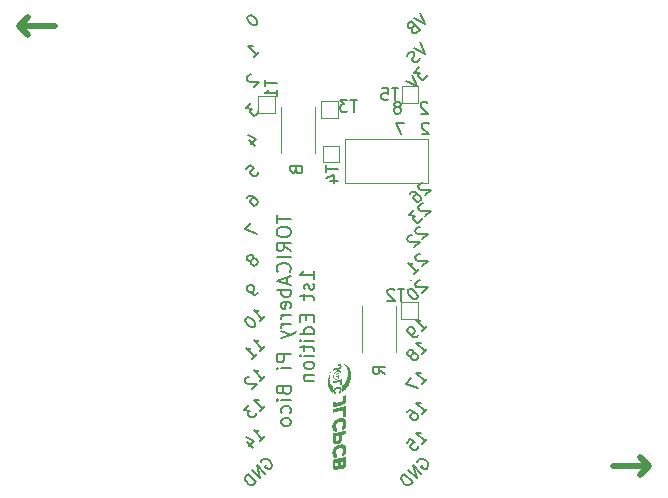
<source format=gbr>
%TF.GenerationSoftware,KiCad,Pcbnew,9.0.0*%
%TF.CreationDate,2025-05-15T12:24:39+09:00*%
%TF.ProjectId,Raspberry Pi Pico(Designed By TORICA),52617370-6265-4727-9279-205069205069,rev?*%
%TF.SameCoordinates,Original*%
%TF.FileFunction,Legend,Bot*%
%TF.FilePolarity,Positive*%
%FSLAX46Y46*%
G04 Gerber Fmt 4.6, Leading zero omitted, Abs format (unit mm)*
G04 Created by KiCad (PCBNEW 9.0.0) date 2025-05-15 12:24:39*
%MOMM*%
%LPD*%
G01*
G04 APERTURE LIST*
%ADD10C,0.153000*%
%ADD11C,0.500000*%
%ADD12C,0.100000*%
%ADD13C,0.120000*%
%ADD14C,0.000000*%
G04 APERTURE END LIST*
D10*
X142643853Y-90639013D02*
X143115258Y-91110417D01*
X142542838Y-90201280D02*
X143216273Y-90537997D01*
X143216273Y-90537997D02*
X142778540Y-90975730D01*
X157297914Y-116307761D02*
X157701975Y-115903700D01*
X157499945Y-116105730D02*
X156792838Y-115398623D01*
X156792838Y-115398623D02*
X156961197Y-115432295D01*
X156961197Y-115432295D02*
X157095884Y-115432295D01*
X157095884Y-115432295D02*
X157196899Y-115398623D01*
X155951044Y-116240417D02*
X156287762Y-115903700D01*
X156287762Y-115903700D02*
X156658151Y-116206745D01*
X156658151Y-116206745D02*
X156590807Y-116206745D01*
X156590807Y-116206745D02*
X156489792Y-116240417D01*
X156489792Y-116240417D02*
X156321433Y-116408776D01*
X156321433Y-116408776D02*
X156287762Y-116509791D01*
X156287762Y-116509791D02*
X156287762Y-116577135D01*
X156287762Y-116577135D02*
X156321433Y-116678150D01*
X156321433Y-116678150D02*
X156489792Y-116846509D01*
X156489792Y-116846509D02*
X156590807Y-116880180D01*
X156590807Y-116880180D02*
X156658151Y-116880180D01*
X156658151Y-116880180D02*
X156759166Y-116846509D01*
X156759166Y-116846509D02*
X156927525Y-116678150D01*
X156927525Y-116678150D02*
X156961197Y-116577135D01*
X156961197Y-116577135D02*
X156961197Y-116509791D01*
X157062212Y-82339249D02*
X157533616Y-83282058D01*
X157533616Y-83282058D02*
X156590807Y-82810654D01*
X157062212Y-83686119D02*
X156994868Y-83820806D01*
X156994868Y-83820806D02*
X156826509Y-83989165D01*
X156826509Y-83989165D02*
X156725494Y-84022837D01*
X156725494Y-84022837D02*
X156658151Y-84022837D01*
X156658151Y-84022837D02*
X156557135Y-83989165D01*
X156557135Y-83989165D02*
X156489792Y-83921822D01*
X156489792Y-83921822D02*
X156456120Y-83820806D01*
X156456120Y-83820806D02*
X156456120Y-83753463D01*
X156456120Y-83753463D02*
X156489792Y-83652448D01*
X156489792Y-83652448D02*
X156590807Y-83484089D01*
X156590807Y-83484089D02*
X156624479Y-83383074D01*
X156624479Y-83383074D02*
X156624479Y-83315730D01*
X156624479Y-83315730D02*
X156590807Y-83214715D01*
X156590807Y-83214715D02*
X156523464Y-83147371D01*
X156523464Y-83147371D02*
X156422448Y-83113700D01*
X156422448Y-83113700D02*
X156355105Y-83113700D01*
X156355105Y-83113700D02*
X156254090Y-83147371D01*
X156254090Y-83147371D02*
X156085731Y-83315730D01*
X156085731Y-83315730D02*
X156018387Y-83450417D01*
X155268390Y-87798234D02*
X155363628Y-87750615D01*
X155363628Y-87750615D02*
X155411247Y-87702996D01*
X155411247Y-87702996D02*
X155458866Y-87607758D01*
X155458866Y-87607758D02*
X155458866Y-87560139D01*
X155458866Y-87560139D02*
X155411247Y-87464901D01*
X155411247Y-87464901D02*
X155363628Y-87417282D01*
X155363628Y-87417282D02*
X155268390Y-87369663D01*
X155268390Y-87369663D02*
X155077914Y-87369663D01*
X155077914Y-87369663D02*
X154982676Y-87417282D01*
X154982676Y-87417282D02*
X154935057Y-87464901D01*
X154935057Y-87464901D02*
X154887438Y-87560139D01*
X154887438Y-87560139D02*
X154887438Y-87607758D01*
X154887438Y-87607758D02*
X154935057Y-87702996D01*
X154935057Y-87702996D02*
X154982676Y-87750615D01*
X154982676Y-87750615D02*
X155077914Y-87798234D01*
X155077914Y-87798234D02*
X155268390Y-87798234D01*
X155268390Y-87798234D02*
X155363628Y-87845853D01*
X155363628Y-87845853D02*
X155411247Y-87893472D01*
X155411247Y-87893472D02*
X155458866Y-87988710D01*
X155458866Y-87988710D02*
X155458866Y-88179186D01*
X155458866Y-88179186D02*
X155411247Y-88274424D01*
X155411247Y-88274424D02*
X155363628Y-88322044D01*
X155363628Y-88322044D02*
X155268390Y-88369663D01*
X155268390Y-88369663D02*
X155077914Y-88369663D01*
X155077914Y-88369663D02*
X154982676Y-88322044D01*
X154982676Y-88322044D02*
X154935057Y-88274424D01*
X154935057Y-88274424D02*
X154887438Y-88179186D01*
X154887438Y-88179186D02*
X154887438Y-87988710D01*
X154887438Y-87988710D02*
X154935057Y-87893472D01*
X154935057Y-87893472D02*
X154982676Y-87845853D01*
X154982676Y-87845853D02*
X155077914Y-87798234D01*
X157062212Y-100223936D02*
X156994868Y-100223936D01*
X156994868Y-100223936D02*
X156893853Y-100257608D01*
X156893853Y-100257608D02*
X156725494Y-100425967D01*
X156725494Y-100425967D02*
X156691823Y-100526982D01*
X156691823Y-100526982D02*
X156691823Y-100594326D01*
X156691823Y-100594326D02*
X156725494Y-100695341D01*
X156725494Y-100695341D02*
X156792838Y-100762684D01*
X156792838Y-100762684D02*
X156927525Y-100830028D01*
X156927525Y-100830028D02*
X157735647Y-100830028D01*
X157735647Y-100830028D02*
X157297914Y-101267761D01*
X156624479Y-101941196D02*
X157028540Y-101537135D01*
X156826510Y-101739165D02*
X156119403Y-101032058D01*
X156119403Y-101032058D02*
X156287762Y-101065730D01*
X156287762Y-101065730D02*
X156422449Y-101065730D01*
X156422449Y-101065730D02*
X156523464Y-101032058D01*
X157062212Y-97973936D02*
X156994868Y-97973936D01*
X156994868Y-97973936D02*
X156893853Y-98007608D01*
X156893853Y-98007608D02*
X156725494Y-98175967D01*
X156725494Y-98175967D02*
X156691823Y-98276982D01*
X156691823Y-98276982D02*
X156691823Y-98344326D01*
X156691823Y-98344326D02*
X156725494Y-98445341D01*
X156725494Y-98445341D02*
X156792838Y-98512684D01*
X156792838Y-98512684D02*
X156927525Y-98580028D01*
X156927525Y-98580028D02*
X157735647Y-98580028D01*
X157735647Y-98580028D02*
X157297914Y-99017761D01*
X156388777Y-98647371D02*
X156321433Y-98647371D01*
X156321433Y-98647371D02*
X156220418Y-98681043D01*
X156220418Y-98681043D02*
X156052059Y-98849402D01*
X156052059Y-98849402D02*
X156018387Y-98950417D01*
X156018387Y-98950417D02*
X156018387Y-99017761D01*
X156018387Y-99017761D02*
X156052059Y-99118776D01*
X156052059Y-99118776D02*
X156119403Y-99186119D01*
X156119403Y-99186119D02*
X156254090Y-99253463D01*
X156254090Y-99253463D02*
X157062212Y-99253463D01*
X157062212Y-99253463D02*
X156624479Y-99691196D01*
X143547914Y-108457761D02*
X143951975Y-108053700D01*
X143749945Y-108255730D02*
X143042838Y-107548623D01*
X143042838Y-107548623D02*
X143211197Y-107582295D01*
X143211197Y-107582295D02*
X143345884Y-107582295D01*
X143345884Y-107582295D02*
X143446899Y-107548623D01*
X142874479Y-109131196D02*
X143278540Y-108727135D01*
X143076510Y-108929165D02*
X142369403Y-108222058D01*
X142369403Y-108222058D02*
X142537762Y-108255730D01*
X142537762Y-108255730D02*
X142672449Y-108255730D01*
X142672449Y-108255730D02*
X142773464Y-108222058D01*
D11*
X173451327Y-118170666D02*
X176498947Y-118170666D01*
X175737042Y-118932571D02*
X176498947Y-118170666D01*
X176498947Y-118170666D02*
X175737042Y-117408761D01*
D10*
X142812212Y-85053936D02*
X142744868Y-85053936D01*
X142744868Y-85053936D02*
X142643853Y-85087608D01*
X142643853Y-85087608D02*
X142475494Y-85255967D01*
X142475494Y-85255967D02*
X142441823Y-85356982D01*
X142441823Y-85356982D02*
X142441823Y-85424326D01*
X142441823Y-85424326D02*
X142475494Y-85525341D01*
X142475494Y-85525341D02*
X142542838Y-85592684D01*
X142542838Y-85592684D02*
X142677525Y-85660028D01*
X142677525Y-85660028D02*
X143485647Y-85660028D01*
X143485647Y-85660028D02*
X143047914Y-86097761D01*
X157708866Y-87464901D02*
X157661247Y-87417282D01*
X157661247Y-87417282D02*
X157566009Y-87369663D01*
X157566009Y-87369663D02*
X157327914Y-87369663D01*
X157327914Y-87369663D02*
X157232676Y-87417282D01*
X157232676Y-87417282D02*
X157185057Y-87464901D01*
X157185057Y-87464901D02*
X157137438Y-87560139D01*
X157137438Y-87560139D02*
X157137438Y-87655377D01*
X157137438Y-87655377D02*
X157185057Y-87798234D01*
X157185057Y-87798234D02*
X157756485Y-88369663D01*
X157756485Y-88369663D02*
X157137438Y-88369663D01*
X157312212Y-95973936D02*
X157244868Y-95973936D01*
X157244868Y-95973936D02*
X157143853Y-96007608D01*
X157143853Y-96007608D02*
X156975494Y-96175967D01*
X156975494Y-96175967D02*
X156941823Y-96276982D01*
X156941823Y-96276982D02*
X156941823Y-96344326D01*
X156941823Y-96344326D02*
X156975494Y-96445341D01*
X156975494Y-96445341D02*
X157042838Y-96512684D01*
X157042838Y-96512684D02*
X157177525Y-96580028D01*
X157177525Y-96580028D02*
X157985647Y-96580028D01*
X157985647Y-96580028D02*
X157547914Y-97017761D01*
X156605105Y-96546356D02*
X156167372Y-96984089D01*
X156167372Y-96984089D02*
X156672449Y-97017761D01*
X156672449Y-97017761D02*
X156571433Y-97118776D01*
X156571433Y-97118776D02*
X156537762Y-97219791D01*
X156537762Y-97219791D02*
X156537762Y-97287135D01*
X156537762Y-97287135D02*
X156571433Y-97388150D01*
X156571433Y-97388150D02*
X156739792Y-97556509D01*
X156739792Y-97556509D02*
X156840807Y-97590180D01*
X156840807Y-97590180D02*
X156908151Y-97590180D01*
X156908151Y-97590180D02*
X157009166Y-97556509D01*
X157009166Y-97556509D02*
X157211197Y-97354478D01*
X157211197Y-97354478D02*
X157244868Y-97253463D01*
X157244868Y-97253463D02*
X157244868Y-97186119D01*
X142778540Y-87492921D02*
X142340807Y-87930654D01*
X142340807Y-87930654D02*
X142845884Y-87964326D01*
X142845884Y-87964326D02*
X142744868Y-88065341D01*
X142744868Y-88065341D02*
X142711197Y-88166356D01*
X142711197Y-88166356D02*
X142711197Y-88233700D01*
X142711197Y-88233700D02*
X142744868Y-88334715D01*
X142744868Y-88334715D02*
X142913227Y-88503074D01*
X142913227Y-88503074D02*
X143014242Y-88536745D01*
X143014242Y-88536745D02*
X143081586Y-88536745D01*
X143081586Y-88536745D02*
X143182601Y-88503074D01*
X143182601Y-88503074D02*
X143384632Y-88301043D01*
X143384632Y-88301043D02*
X143418303Y-88200028D01*
X143418303Y-88200028D02*
X143418303Y-88132684D01*
X157297914Y-106767761D02*
X157701975Y-106363700D01*
X157499945Y-106565730D02*
X156792838Y-105858623D01*
X156792838Y-105858623D02*
X156961197Y-105892295D01*
X156961197Y-105892295D02*
X157095884Y-105892295D01*
X157095884Y-105892295D02*
X157196899Y-105858623D01*
X156961197Y-107104478D02*
X156826510Y-107239165D01*
X156826510Y-107239165D02*
X156725494Y-107272837D01*
X156725494Y-107272837D02*
X156658151Y-107272837D01*
X156658151Y-107272837D02*
X156489792Y-107239165D01*
X156489792Y-107239165D02*
X156321433Y-107138150D01*
X156321433Y-107138150D02*
X156052059Y-106868776D01*
X156052059Y-106868776D02*
X156018387Y-106767761D01*
X156018387Y-106767761D02*
X156018387Y-106700417D01*
X156018387Y-106700417D02*
X156052059Y-106599402D01*
X156052059Y-106599402D02*
X156186746Y-106464715D01*
X156186746Y-106464715D02*
X156287762Y-106431043D01*
X156287762Y-106431043D02*
X156355105Y-106431043D01*
X156355105Y-106431043D02*
X156456120Y-106464715D01*
X156456120Y-106464715D02*
X156624479Y-106633074D01*
X156624479Y-106633074D02*
X156658151Y-106734089D01*
X156658151Y-106734089D02*
X156658151Y-106801432D01*
X156658151Y-106801432D02*
X156624479Y-106902448D01*
X156624479Y-106902448D02*
X156489792Y-107037135D01*
X156489792Y-107037135D02*
X156388777Y-107070806D01*
X156388777Y-107070806D02*
X156321433Y-107070806D01*
X156321433Y-107070806D02*
X156220418Y-107037135D01*
X146595853Y-93172085D02*
X146643472Y-93314942D01*
X146643472Y-93314942D02*
X146691091Y-93362561D01*
X146691091Y-93362561D02*
X146786329Y-93410180D01*
X146786329Y-93410180D02*
X146929186Y-93410180D01*
X146929186Y-93410180D02*
X147024424Y-93362561D01*
X147024424Y-93362561D02*
X147072044Y-93314942D01*
X147072044Y-93314942D02*
X147119663Y-93219704D01*
X147119663Y-93219704D02*
X147119663Y-92838752D01*
X147119663Y-92838752D02*
X146119663Y-92838752D01*
X146119663Y-92838752D02*
X146119663Y-93172085D01*
X146119663Y-93172085D02*
X146167282Y-93267323D01*
X146167282Y-93267323D02*
X146214901Y-93314942D01*
X146214901Y-93314942D02*
X146310139Y-93362561D01*
X146310139Y-93362561D02*
X146405377Y-93362561D01*
X146405377Y-93362561D02*
X146500615Y-93314942D01*
X146500615Y-93314942D02*
X146548234Y-93267323D01*
X146548234Y-93267323D02*
X146595853Y-93172085D01*
X146595853Y-93172085D02*
X146595853Y-92838752D01*
X157062212Y-102473936D02*
X156994868Y-102473936D01*
X156994868Y-102473936D02*
X156893853Y-102507608D01*
X156893853Y-102507608D02*
X156725494Y-102675967D01*
X156725494Y-102675967D02*
X156691823Y-102776982D01*
X156691823Y-102776982D02*
X156691823Y-102844326D01*
X156691823Y-102844326D02*
X156725494Y-102945341D01*
X156725494Y-102945341D02*
X156792838Y-103012684D01*
X156792838Y-103012684D02*
X156927525Y-103080028D01*
X156927525Y-103080028D02*
X157735647Y-103080028D01*
X157735647Y-103080028D02*
X157297914Y-103517761D01*
X156153075Y-103248387D02*
X156085731Y-103315730D01*
X156085731Y-103315730D02*
X156052059Y-103416745D01*
X156052059Y-103416745D02*
X156052059Y-103484089D01*
X156052059Y-103484089D02*
X156085731Y-103585104D01*
X156085731Y-103585104D02*
X156186746Y-103753463D01*
X156186746Y-103753463D02*
X156355105Y-103921822D01*
X156355105Y-103921822D02*
X156523464Y-104022837D01*
X156523464Y-104022837D02*
X156624479Y-104056509D01*
X156624479Y-104056509D02*
X156691823Y-104056509D01*
X156691823Y-104056509D02*
X156792838Y-104022837D01*
X156792838Y-104022837D02*
X156860181Y-103955493D01*
X156860181Y-103955493D02*
X156893853Y-103854478D01*
X156893853Y-103854478D02*
X156893853Y-103787135D01*
X156893853Y-103787135D02*
X156860181Y-103686119D01*
X156860181Y-103686119D02*
X156759166Y-103517761D01*
X156759166Y-103517761D02*
X156590807Y-103349402D01*
X156590807Y-103349402D02*
X156422449Y-103248387D01*
X156422449Y-103248387D02*
X156321433Y-103214715D01*
X156321433Y-103214715D02*
X156254090Y-103214715D01*
X156254090Y-103214715D02*
X156153075Y-103248387D01*
X157297914Y-111227761D02*
X157701975Y-110823700D01*
X157499945Y-111025730D02*
X156792838Y-110318623D01*
X156792838Y-110318623D02*
X156961197Y-110352295D01*
X156961197Y-110352295D02*
X157095884Y-110352295D01*
X157095884Y-110352295D02*
X157196899Y-110318623D01*
X156355105Y-110756356D02*
X155883700Y-111227761D01*
X155883700Y-111227761D02*
X156893853Y-111631822D01*
X142778540Y-97652921D02*
X142307136Y-98124326D01*
X142307136Y-98124326D02*
X143317288Y-98528387D01*
X157062212Y-79839249D02*
X157533616Y-80782058D01*
X157533616Y-80782058D02*
X156590807Y-80310654D01*
X156456120Y-81118776D02*
X156388777Y-81253463D01*
X156388777Y-81253463D02*
X156388777Y-81320806D01*
X156388777Y-81320806D02*
X156422448Y-81421822D01*
X156422448Y-81421822D02*
X156523464Y-81522837D01*
X156523464Y-81522837D02*
X156624479Y-81556509D01*
X156624479Y-81556509D02*
X156691822Y-81556509D01*
X156691822Y-81556509D02*
X156792838Y-81522837D01*
X156792838Y-81522837D02*
X157062212Y-81253463D01*
X157062212Y-81253463D02*
X156355105Y-80546356D01*
X156355105Y-80546356D02*
X156119403Y-80782058D01*
X156119403Y-80782058D02*
X156085731Y-80883074D01*
X156085731Y-80883074D02*
X156085731Y-80950417D01*
X156085731Y-80950417D02*
X156119403Y-81051432D01*
X156119403Y-81051432D02*
X156186746Y-81118776D01*
X156186746Y-81118776D02*
X156287761Y-81152448D01*
X156287761Y-81152448D02*
X156355105Y-81152448D01*
X156355105Y-81152448D02*
X156456120Y-81118776D01*
X156456120Y-81118776D02*
X156691822Y-80883074D01*
X143547914Y-113517761D02*
X143951975Y-113113700D01*
X143749945Y-113315730D02*
X143042838Y-112608623D01*
X143042838Y-112608623D02*
X143211197Y-112642295D01*
X143211197Y-112642295D02*
X143345884Y-112642295D01*
X143345884Y-112642295D02*
X143446899Y-112608623D01*
X142605105Y-113046356D02*
X142167372Y-113484089D01*
X142167372Y-113484089D02*
X142672449Y-113517761D01*
X142672449Y-113517761D02*
X142571433Y-113618776D01*
X142571433Y-113618776D02*
X142537762Y-113719791D01*
X142537762Y-113719791D02*
X142537762Y-113787135D01*
X142537762Y-113787135D02*
X142571433Y-113888150D01*
X142571433Y-113888150D02*
X142739792Y-114056509D01*
X142739792Y-114056509D02*
X142840807Y-114090180D01*
X142840807Y-114090180D02*
X142908151Y-114090180D01*
X142908151Y-114090180D02*
X143009166Y-114056509D01*
X143009166Y-114056509D02*
X143211197Y-113854478D01*
X143211197Y-113854478D02*
X143244868Y-113753463D01*
X143244868Y-113753463D02*
X143244868Y-113686119D01*
X143624479Y-117844326D02*
X143658151Y-117743310D01*
X143658151Y-117743310D02*
X143759166Y-117642295D01*
X143759166Y-117642295D02*
X143893853Y-117574952D01*
X143893853Y-117574952D02*
X144028540Y-117574952D01*
X144028540Y-117574952D02*
X144129555Y-117608623D01*
X144129555Y-117608623D02*
X144297914Y-117709639D01*
X144297914Y-117709639D02*
X144398929Y-117810654D01*
X144398929Y-117810654D02*
X144499945Y-117979013D01*
X144499945Y-117979013D02*
X144533616Y-118080028D01*
X144533616Y-118080028D02*
X144533616Y-118214715D01*
X144533616Y-118214715D02*
X144466273Y-118349402D01*
X144466273Y-118349402D02*
X144398929Y-118416745D01*
X144398929Y-118416745D02*
X144264242Y-118484089D01*
X144264242Y-118484089D02*
X144196899Y-118484089D01*
X144196899Y-118484089D02*
X143961197Y-118248387D01*
X143961197Y-118248387D02*
X144095884Y-118113700D01*
X143961197Y-118854478D02*
X143254090Y-118147371D01*
X143254090Y-118147371D02*
X143557136Y-119258539D01*
X143557136Y-119258539D02*
X142850029Y-118551432D01*
X143220418Y-119595257D02*
X142513311Y-118888150D01*
X142513311Y-118888150D02*
X142344953Y-119056509D01*
X142344953Y-119056509D02*
X142277609Y-119191196D01*
X142277609Y-119191196D02*
X142277609Y-119325883D01*
X142277609Y-119325883D02*
X142311281Y-119426898D01*
X142311281Y-119426898D02*
X142412296Y-119595257D01*
X142412296Y-119595257D02*
X142513311Y-119696272D01*
X142513311Y-119696272D02*
X142681670Y-119797287D01*
X142681670Y-119797287D02*
X142782685Y-119830959D01*
X142782685Y-119830959D02*
X142917372Y-119830959D01*
X142917372Y-119830959D02*
X143052059Y-119763615D01*
X143052059Y-119763615D02*
X143220418Y-119595257D01*
X143384632Y-103541043D02*
X143249945Y-103675730D01*
X143249945Y-103675730D02*
X143148929Y-103709402D01*
X143148929Y-103709402D02*
X143081586Y-103709402D01*
X143081586Y-103709402D02*
X142913227Y-103675730D01*
X142913227Y-103675730D02*
X142744868Y-103574715D01*
X142744868Y-103574715D02*
X142475494Y-103305341D01*
X142475494Y-103305341D02*
X142441823Y-103204326D01*
X142441823Y-103204326D02*
X142441823Y-103136982D01*
X142441823Y-103136982D02*
X142475494Y-103035967D01*
X142475494Y-103035967D02*
X142610181Y-102901280D01*
X142610181Y-102901280D02*
X142711197Y-102867608D01*
X142711197Y-102867608D02*
X142778540Y-102867608D01*
X142778540Y-102867608D02*
X142879555Y-102901280D01*
X142879555Y-102901280D02*
X143047914Y-103069639D01*
X143047914Y-103069639D02*
X143081586Y-103170654D01*
X143081586Y-103170654D02*
X143081586Y-103237997D01*
X143081586Y-103237997D02*
X143047914Y-103339013D01*
X143047914Y-103339013D02*
X142913227Y-103473700D01*
X142913227Y-103473700D02*
X142812212Y-103507371D01*
X142812212Y-103507371D02*
X142744868Y-103507371D01*
X142744868Y-103507371D02*
X142643853Y-103473700D01*
X142576510Y-80074952D02*
X142509166Y-80142295D01*
X142509166Y-80142295D02*
X142475494Y-80243310D01*
X142475494Y-80243310D02*
X142475494Y-80310654D01*
X142475494Y-80310654D02*
X142509166Y-80411669D01*
X142509166Y-80411669D02*
X142610181Y-80580028D01*
X142610181Y-80580028D02*
X142778540Y-80748387D01*
X142778540Y-80748387D02*
X142946899Y-80849402D01*
X142946899Y-80849402D02*
X143047914Y-80883074D01*
X143047914Y-80883074D02*
X143115258Y-80883074D01*
X143115258Y-80883074D02*
X143216273Y-80849402D01*
X143216273Y-80849402D02*
X143283616Y-80782058D01*
X143283616Y-80782058D02*
X143317288Y-80681043D01*
X143317288Y-80681043D02*
X143317288Y-80613700D01*
X143317288Y-80613700D02*
X143283616Y-80512684D01*
X143283616Y-80512684D02*
X143182601Y-80344326D01*
X143182601Y-80344326D02*
X143014242Y-80175967D01*
X143014242Y-80175967D02*
X142845884Y-80074952D01*
X142845884Y-80074952D02*
X142744868Y-80041280D01*
X142744868Y-80041280D02*
X142677525Y-80041280D01*
X142677525Y-80041280D02*
X142576510Y-80074952D01*
X142913227Y-100664326D02*
X142946899Y-100563310D01*
X142946899Y-100563310D02*
X142946899Y-100495967D01*
X142946899Y-100495967D02*
X142913227Y-100394952D01*
X142913227Y-100394952D02*
X142879555Y-100361280D01*
X142879555Y-100361280D02*
X142778540Y-100327608D01*
X142778540Y-100327608D02*
X142711197Y-100327608D01*
X142711197Y-100327608D02*
X142610181Y-100361280D01*
X142610181Y-100361280D02*
X142475494Y-100495967D01*
X142475494Y-100495967D02*
X142441823Y-100596982D01*
X142441823Y-100596982D02*
X142441823Y-100664326D01*
X142441823Y-100664326D02*
X142475494Y-100765341D01*
X142475494Y-100765341D02*
X142509166Y-100799013D01*
X142509166Y-100799013D02*
X142610181Y-100832684D01*
X142610181Y-100832684D02*
X142677525Y-100832684D01*
X142677525Y-100832684D02*
X142778540Y-100799013D01*
X142778540Y-100799013D02*
X142913227Y-100664326D01*
X142913227Y-100664326D02*
X143014242Y-100630654D01*
X143014242Y-100630654D02*
X143081586Y-100630654D01*
X143081586Y-100630654D02*
X143182601Y-100664326D01*
X143182601Y-100664326D02*
X143317288Y-100799013D01*
X143317288Y-100799013D02*
X143350960Y-100900028D01*
X143350960Y-100900028D02*
X143350960Y-100967371D01*
X143350960Y-100967371D02*
X143317288Y-101068387D01*
X143317288Y-101068387D02*
X143182601Y-101203074D01*
X143182601Y-101203074D02*
X143081586Y-101236745D01*
X143081586Y-101236745D02*
X143014242Y-101236745D01*
X143014242Y-101236745D02*
X142913227Y-101203074D01*
X142913227Y-101203074D02*
X142778540Y-101068387D01*
X142778540Y-101068387D02*
X142744868Y-100967371D01*
X142744868Y-100967371D02*
X142744868Y-100900028D01*
X142744868Y-100900028D02*
X142778540Y-100799013D01*
X157028540Y-84452921D02*
X156590807Y-84890654D01*
X156590807Y-84890654D02*
X157095884Y-84924326D01*
X157095884Y-84924326D02*
X156994868Y-85025341D01*
X156994868Y-85025341D02*
X156961197Y-85126356D01*
X156961197Y-85126356D02*
X156961197Y-85193700D01*
X156961197Y-85193700D02*
X156994868Y-85294715D01*
X156994868Y-85294715D02*
X157163227Y-85463074D01*
X157163227Y-85463074D02*
X157264242Y-85496745D01*
X157264242Y-85496745D02*
X157331586Y-85496745D01*
X157331586Y-85496745D02*
X157432601Y-85463074D01*
X157432601Y-85463074D02*
X157634632Y-85261043D01*
X157634632Y-85261043D02*
X157668303Y-85160028D01*
X157668303Y-85160028D02*
X157668303Y-85092684D01*
X156388777Y-85092684D02*
X156860181Y-86035493D01*
X156860181Y-86035493D02*
X155917372Y-85564089D01*
X143547914Y-116077761D02*
X143951975Y-115673700D01*
X143749945Y-115875730D02*
X143042838Y-115168623D01*
X143042838Y-115168623D02*
X143211197Y-115202295D01*
X143211197Y-115202295D02*
X143345884Y-115202295D01*
X143345884Y-115202295D02*
X143446899Y-115168623D01*
X142470418Y-116212448D02*
X142941823Y-116683852D01*
X142369403Y-115774715D02*
X143042838Y-116111432D01*
X143042838Y-116111432D02*
X142605105Y-116549165D01*
X143547914Y-105917761D02*
X143951975Y-105513700D01*
X143749945Y-105715730D02*
X143042838Y-105008623D01*
X143042838Y-105008623D02*
X143211197Y-105042295D01*
X143211197Y-105042295D02*
X143345884Y-105042295D01*
X143345884Y-105042295D02*
X143446899Y-105008623D01*
X142403075Y-105648387D02*
X142335731Y-105715730D01*
X142335731Y-105715730D02*
X142302059Y-105816745D01*
X142302059Y-105816745D02*
X142302059Y-105884089D01*
X142302059Y-105884089D02*
X142335731Y-105985104D01*
X142335731Y-105985104D02*
X142436746Y-106153463D01*
X142436746Y-106153463D02*
X142605105Y-106321822D01*
X142605105Y-106321822D02*
X142773464Y-106422837D01*
X142773464Y-106422837D02*
X142874479Y-106456509D01*
X142874479Y-106456509D02*
X142941823Y-106456509D01*
X142941823Y-106456509D02*
X143042838Y-106422837D01*
X143042838Y-106422837D02*
X143110181Y-106355493D01*
X143110181Y-106355493D02*
X143143853Y-106254478D01*
X143143853Y-106254478D02*
X143143853Y-106187135D01*
X143143853Y-106187135D02*
X143110181Y-106086119D01*
X143110181Y-106086119D02*
X143009166Y-105917761D01*
X143009166Y-105917761D02*
X142840807Y-105749402D01*
X142840807Y-105749402D02*
X142672449Y-105648387D01*
X142672449Y-105648387D02*
X142571433Y-105614715D01*
X142571433Y-105614715D02*
X142504090Y-105614715D01*
X142504090Y-105614715D02*
X142403075Y-105648387D01*
X144963253Y-96964942D02*
X144963253Y-97650657D01*
X146163253Y-97307799D02*
X144963253Y-97307799D01*
X144963253Y-98279228D02*
X144963253Y-98507800D01*
X144963253Y-98507800D02*
X145020396Y-98622085D01*
X145020396Y-98622085D02*
X145134682Y-98736371D01*
X145134682Y-98736371D02*
X145363253Y-98793514D01*
X145363253Y-98793514D02*
X145763253Y-98793514D01*
X145763253Y-98793514D02*
X145991825Y-98736371D01*
X145991825Y-98736371D02*
X146106111Y-98622085D01*
X146106111Y-98622085D02*
X146163253Y-98507800D01*
X146163253Y-98507800D02*
X146163253Y-98279228D01*
X146163253Y-98279228D02*
X146106111Y-98164943D01*
X146106111Y-98164943D02*
X145991825Y-98050657D01*
X145991825Y-98050657D02*
X145763253Y-97993514D01*
X145763253Y-97993514D02*
X145363253Y-97993514D01*
X145363253Y-97993514D02*
X145134682Y-98050657D01*
X145134682Y-98050657D02*
X145020396Y-98164943D01*
X145020396Y-98164943D02*
X144963253Y-98279228D01*
X146163253Y-99993514D02*
X145591825Y-99593514D01*
X146163253Y-99307800D02*
X144963253Y-99307800D01*
X144963253Y-99307800D02*
X144963253Y-99764943D01*
X144963253Y-99764943D02*
X145020396Y-99879228D01*
X145020396Y-99879228D02*
X145077539Y-99936371D01*
X145077539Y-99936371D02*
X145191825Y-99993514D01*
X145191825Y-99993514D02*
X145363253Y-99993514D01*
X145363253Y-99993514D02*
X145477539Y-99936371D01*
X145477539Y-99936371D02*
X145534682Y-99879228D01*
X145534682Y-99879228D02*
X145591825Y-99764943D01*
X145591825Y-99764943D02*
X145591825Y-99307800D01*
X146163253Y-100507800D02*
X144963253Y-100507800D01*
X146048968Y-101764943D02*
X146106111Y-101707800D01*
X146106111Y-101707800D02*
X146163253Y-101536372D01*
X146163253Y-101536372D02*
X146163253Y-101422086D01*
X146163253Y-101422086D02*
X146106111Y-101250657D01*
X146106111Y-101250657D02*
X145991825Y-101136372D01*
X145991825Y-101136372D02*
X145877539Y-101079229D01*
X145877539Y-101079229D02*
X145648968Y-101022086D01*
X145648968Y-101022086D02*
X145477539Y-101022086D01*
X145477539Y-101022086D02*
X145248968Y-101079229D01*
X145248968Y-101079229D02*
X145134682Y-101136372D01*
X145134682Y-101136372D02*
X145020396Y-101250657D01*
X145020396Y-101250657D02*
X144963253Y-101422086D01*
X144963253Y-101422086D02*
X144963253Y-101536372D01*
X144963253Y-101536372D02*
X145020396Y-101707800D01*
X145020396Y-101707800D02*
X145077539Y-101764943D01*
X145820396Y-102222086D02*
X145820396Y-102793515D01*
X146163253Y-102107800D02*
X144963253Y-102507800D01*
X144963253Y-102507800D02*
X146163253Y-102907800D01*
X146163253Y-103307800D02*
X144963253Y-103307800D01*
X145420396Y-103307800D02*
X145363253Y-103422086D01*
X145363253Y-103422086D02*
X145363253Y-103650657D01*
X145363253Y-103650657D02*
X145420396Y-103764943D01*
X145420396Y-103764943D02*
X145477539Y-103822086D01*
X145477539Y-103822086D02*
X145591825Y-103879228D01*
X145591825Y-103879228D02*
X145934682Y-103879228D01*
X145934682Y-103879228D02*
X146048968Y-103822086D01*
X146048968Y-103822086D02*
X146106111Y-103764943D01*
X146106111Y-103764943D02*
X146163253Y-103650657D01*
X146163253Y-103650657D02*
X146163253Y-103422086D01*
X146163253Y-103422086D02*
X146106111Y-103307800D01*
X146106111Y-104850657D02*
X146163253Y-104736371D01*
X146163253Y-104736371D02*
X146163253Y-104507800D01*
X146163253Y-104507800D02*
X146106111Y-104393514D01*
X146106111Y-104393514D02*
X145991825Y-104336371D01*
X145991825Y-104336371D02*
X145534682Y-104336371D01*
X145534682Y-104336371D02*
X145420396Y-104393514D01*
X145420396Y-104393514D02*
X145363253Y-104507800D01*
X145363253Y-104507800D02*
X145363253Y-104736371D01*
X145363253Y-104736371D02*
X145420396Y-104850657D01*
X145420396Y-104850657D02*
X145534682Y-104907800D01*
X145534682Y-104907800D02*
X145648968Y-104907800D01*
X145648968Y-104907800D02*
X145763253Y-104336371D01*
X146163253Y-105422085D02*
X145363253Y-105422085D01*
X145591825Y-105422085D02*
X145477539Y-105479228D01*
X145477539Y-105479228D02*
X145420396Y-105536371D01*
X145420396Y-105536371D02*
X145363253Y-105650656D01*
X145363253Y-105650656D02*
X145363253Y-105764942D01*
X146163253Y-106164942D02*
X145363253Y-106164942D01*
X145591825Y-106164942D02*
X145477539Y-106222085D01*
X145477539Y-106222085D02*
X145420396Y-106279228D01*
X145420396Y-106279228D02*
X145363253Y-106393513D01*
X145363253Y-106393513D02*
X145363253Y-106507799D01*
X145363253Y-106793513D02*
X146163253Y-107079227D01*
X145363253Y-107364942D02*
X146163253Y-107079227D01*
X146163253Y-107079227D02*
X146448968Y-106964942D01*
X146448968Y-106964942D02*
X146506111Y-106907799D01*
X146506111Y-106907799D02*
X146563253Y-106793513D01*
X146163253Y-108736371D02*
X144963253Y-108736371D01*
X144963253Y-108736371D02*
X144963253Y-109193514D01*
X144963253Y-109193514D02*
X145020396Y-109307799D01*
X145020396Y-109307799D02*
X145077539Y-109364942D01*
X145077539Y-109364942D02*
X145191825Y-109422085D01*
X145191825Y-109422085D02*
X145363253Y-109422085D01*
X145363253Y-109422085D02*
X145477539Y-109364942D01*
X145477539Y-109364942D02*
X145534682Y-109307799D01*
X145534682Y-109307799D02*
X145591825Y-109193514D01*
X145591825Y-109193514D02*
X145591825Y-108736371D01*
X146163253Y-109936371D02*
X145363253Y-109936371D01*
X144963253Y-109936371D02*
X145020396Y-109879228D01*
X145020396Y-109879228D02*
X145077539Y-109936371D01*
X145077539Y-109936371D02*
X145020396Y-109993514D01*
X145020396Y-109993514D02*
X144963253Y-109936371D01*
X144963253Y-109936371D02*
X145077539Y-109936371D01*
X145534682Y-111822086D02*
X145591825Y-111993514D01*
X145591825Y-111993514D02*
X145648968Y-112050657D01*
X145648968Y-112050657D02*
X145763253Y-112107800D01*
X145763253Y-112107800D02*
X145934682Y-112107800D01*
X145934682Y-112107800D02*
X146048968Y-112050657D01*
X146048968Y-112050657D02*
X146106111Y-111993514D01*
X146106111Y-111993514D02*
X146163253Y-111879229D01*
X146163253Y-111879229D02*
X146163253Y-111422086D01*
X146163253Y-111422086D02*
X144963253Y-111422086D01*
X144963253Y-111422086D02*
X144963253Y-111822086D01*
X144963253Y-111822086D02*
X145020396Y-111936372D01*
X145020396Y-111936372D02*
X145077539Y-111993514D01*
X145077539Y-111993514D02*
X145191825Y-112050657D01*
X145191825Y-112050657D02*
X145306111Y-112050657D01*
X145306111Y-112050657D02*
X145420396Y-111993514D01*
X145420396Y-111993514D02*
X145477539Y-111936372D01*
X145477539Y-111936372D02*
X145534682Y-111822086D01*
X145534682Y-111822086D02*
X145534682Y-111422086D01*
X146163253Y-112622086D02*
X145363253Y-112622086D01*
X144963253Y-112622086D02*
X145020396Y-112564943D01*
X145020396Y-112564943D02*
X145077539Y-112622086D01*
X145077539Y-112622086D02*
X145020396Y-112679229D01*
X145020396Y-112679229D02*
X144963253Y-112622086D01*
X144963253Y-112622086D02*
X145077539Y-112622086D01*
X146106111Y-113707801D02*
X146163253Y-113593515D01*
X146163253Y-113593515D02*
X146163253Y-113364943D01*
X146163253Y-113364943D02*
X146106111Y-113250658D01*
X146106111Y-113250658D02*
X146048968Y-113193515D01*
X146048968Y-113193515D02*
X145934682Y-113136372D01*
X145934682Y-113136372D02*
X145591825Y-113136372D01*
X145591825Y-113136372D02*
X145477539Y-113193515D01*
X145477539Y-113193515D02*
X145420396Y-113250658D01*
X145420396Y-113250658D02*
X145363253Y-113364943D01*
X145363253Y-113364943D02*
X145363253Y-113593515D01*
X145363253Y-113593515D02*
X145420396Y-113707801D01*
X146163253Y-114393514D02*
X146106111Y-114279229D01*
X146106111Y-114279229D02*
X146048968Y-114222086D01*
X146048968Y-114222086D02*
X145934682Y-114164943D01*
X145934682Y-114164943D02*
X145591825Y-114164943D01*
X145591825Y-114164943D02*
X145477539Y-114222086D01*
X145477539Y-114222086D02*
X145420396Y-114279229D01*
X145420396Y-114279229D02*
X145363253Y-114393514D01*
X145363253Y-114393514D02*
X145363253Y-114564943D01*
X145363253Y-114564943D02*
X145420396Y-114679229D01*
X145420396Y-114679229D02*
X145477539Y-114736372D01*
X145477539Y-114736372D02*
X145591825Y-114793514D01*
X145591825Y-114793514D02*
X145934682Y-114793514D01*
X145934682Y-114793514D02*
X146048968Y-114736372D01*
X146048968Y-114736372D02*
X146106111Y-114679229D01*
X146106111Y-114679229D02*
X146163253Y-114564943D01*
X146163253Y-114564943D02*
X146163253Y-114393514D01*
X148095186Y-102336372D02*
X148095186Y-101650658D01*
X148095186Y-101993515D02*
X146895186Y-101993515D01*
X146895186Y-101993515D02*
X147066615Y-101879229D01*
X147066615Y-101879229D02*
X147180901Y-101764944D01*
X147180901Y-101764944D02*
X147238044Y-101650658D01*
X148038044Y-102793515D02*
X148095186Y-102907801D01*
X148095186Y-102907801D02*
X148095186Y-103136372D01*
X148095186Y-103136372D02*
X148038044Y-103250658D01*
X148038044Y-103250658D02*
X147923758Y-103307801D01*
X147923758Y-103307801D02*
X147866615Y-103307801D01*
X147866615Y-103307801D02*
X147752329Y-103250658D01*
X147752329Y-103250658D02*
X147695186Y-103136372D01*
X147695186Y-103136372D02*
X147695186Y-102964944D01*
X147695186Y-102964944D02*
X147638044Y-102850658D01*
X147638044Y-102850658D02*
X147523758Y-102793515D01*
X147523758Y-102793515D02*
X147466615Y-102793515D01*
X147466615Y-102793515D02*
X147352329Y-102850658D01*
X147352329Y-102850658D02*
X147295186Y-102964944D01*
X147295186Y-102964944D02*
X147295186Y-103136372D01*
X147295186Y-103136372D02*
X147352329Y-103250658D01*
X147295186Y-103650658D02*
X147295186Y-104107801D01*
X146895186Y-103822087D02*
X147923758Y-103822087D01*
X147923758Y-103822087D02*
X148038044Y-103879230D01*
X148038044Y-103879230D02*
X148095186Y-103993515D01*
X148095186Y-103993515D02*
X148095186Y-104107801D01*
X147466615Y-105422087D02*
X147466615Y-105822087D01*
X148095186Y-105993515D02*
X148095186Y-105422087D01*
X148095186Y-105422087D02*
X146895186Y-105422087D01*
X146895186Y-105422087D02*
X146895186Y-105993515D01*
X148095186Y-107022087D02*
X146895186Y-107022087D01*
X148038044Y-107022087D02*
X148095186Y-106907801D01*
X148095186Y-106907801D02*
X148095186Y-106679229D01*
X148095186Y-106679229D02*
X148038044Y-106564944D01*
X148038044Y-106564944D02*
X147980901Y-106507801D01*
X147980901Y-106507801D02*
X147866615Y-106450658D01*
X147866615Y-106450658D02*
X147523758Y-106450658D01*
X147523758Y-106450658D02*
X147409472Y-106507801D01*
X147409472Y-106507801D02*
X147352329Y-106564944D01*
X147352329Y-106564944D02*
X147295186Y-106679229D01*
X147295186Y-106679229D02*
X147295186Y-106907801D01*
X147295186Y-106907801D02*
X147352329Y-107022087D01*
X148095186Y-107593515D02*
X147295186Y-107593515D01*
X146895186Y-107593515D02*
X146952329Y-107536372D01*
X146952329Y-107536372D02*
X147009472Y-107593515D01*
X147009472Y-107593515D02*
X146952329Y-107650658D01*
X146952329Y-107650658D02*
X146895186Y-107593515D01*
X146895186Y-107593515D02*
X147009472Y-107593515D01*
X147295186Y-107993515D02*
X147295186Y-108450658D01*
X146895186Y-108164944D02*
X147923758Y-108164944D01*
X147923758Y-108164944D02*
X148038044Y-108222087D01*
X148038044Y-108222087D02*
X148095186Y-108336372D01*
X148095186Y-108336372D02*
X148095186Y-108450658D01*
X148095186Y-108850658D02*
X147295186Y-108850658D01*
X146895186Y-108850658D02*
X146952329Y-108793515D01*
X146952329Y-108793515D02*
X147009472Y-108850658D01*
X147009472Y-108850658D02*
X146952329Y-108907801D01*
X146952329Y-108907801D02*
X146895186Y-108850658D01*
X146895186Y-108850658D02*
X147009472Y-108850658D01*
X148095186Y-109593515D02*
X148038044Y-109479230D01*
X148038044Y-109479230D02*
X147980901Y-109422087D01*
X147980901Y-109422087D02*
X147866615Y-109364944D01*
X147866615Y-109364944D02*
X147523758Y-109364944D01*
X147523758Y-109364944D02*
X147409472Y-109422087D01*
X147409472Y-109422087D02*
X147352329Y-109479230D01*
X147352329Y-109479230D02*
X147295186Y-109593515D01*
X147295186Y-109593515D02*
X147295186Y-109764944D01*
X147295186Y-109764944D02*
X147352329Y-109879230D01*
X147352329Y-109879230D02*
X147409472Y-109936373D01*
X147409472Y-109936373D02*
X147523758Y-109993515D01*
X147523758Y-109993515D02*
X147866615Y-109993515D01*
X147866615Y-109993515D02*
X147980901Y-109936373D01*
X147980901Y-109936373D02*
X148038044Y-109879230D01*
X148038044Y-109879230D02*
X148095186Y-109764944D01*
X148095186Y-109764944D02*
X148095186Y-109593515D01*
X147295186Y-110507801D02*
X148095186Y-110507801D01*
X147409472Y-110507801D02*
X147352329Y-110564944D01*
X147352329Y-110564944D02*
X147295186Y-110679229D01*
X147295186Y-110679229D02*
X147295186Y-110850658D01*
X147295186Y-110850658D02*
X147352329Y-110964944D01*
X147352329Y-110964944D02*
X147466615Y-111022087D01*
X147466615Y-111022087D02*
X148095186Y-111022087D01*
X155756485Y-89119663D02*
X155089819Y-89119663D01*
X155089819Y-89119663D02*
X155518390Y-90119663D01*
X157828866Y-89214901D02*
X157781247Y-89167282D01*
X157781247Y-89167282D02*
X157686009Y-89119663D01*
X157686009Y-89119663D02*
X157447914Y-89119663D01*
X157447914Y-89119663D02*
X157352676Y-89167282D01*
X157352676Y-89167282D02*
X157305057Y-89214901D01*
X157305057Y-89214901D02*
X157257438Y-89310139D01*
X157257438Y-89310139D02*
X157257438Y-89405377D01*
X157257438Y-89405377D02*
X157305057Y-89548234D01*
X157305057Y-89548234D02*
X157876485Y-90119663D01*
X157876485Y-90119663D02*
X157257438Y-90119663D01*
X143047914Y-83557761D02*
X143451975Y-83153700D01*
X143249945Y-83355730D02*
X142542838Y-82648623D01*
X142542838Y-82648623D02*
X142711197Y-82682295D01*
X142711197Y-82682295D02*
X142845884Y-82682295D01*
X142845884Y-82682295D02*
X142946899Y-82648623D01*
X157297914Y-108687761D02*
X157701975Y-108283700D01*
X157499945Y-108485730D02*
X156792838Y-107778623D01*
X156792838Y-107778623D02*
X156961197Y-107812295D01*
X156961197Y-107812295D02*
X157095884Y-107812295D01*
X157095884Y-107812295D02*
X157196899Y-107778623D01*
X156489792Y-108687761D02*
X156523464Y-108586745D01*
X156523464Y-108586745D02*
X156523464Y-108519402D01*
X156523464Y-108519402D02*
X156489792Y-108418387D01*
X156489792Y-108418387D02*
X156456120Y-108384715D01*
X156456120Y-108384715D02*
X156355105Y-108351043D01*
X156355105Y-108351043D02*
X156287762Y-108351043D01*
X156287762Y-108351043D02*
X156186746Y-108384715D01*
X156186746Y-108384715D02*
X156052059Y-108519402D01*
X156052059Y-108519402D02*
X156018387Y-108620417D01*
X156018387Y-108620417D02*
X156018387Y-108687761D01*
X156018387Y-108687761D02*
X156052059Y-108788776D01*
X156052059Y-108788776D02*
X156085731Y-108822448D01*
X156085731Y-108822448D02*
X156186746Y-108856119D01*
X156186746Y-108856119D02*
X156254090Y-108856119D01*
X156254090Y-108856119D02*
X156355105Y-108822448D01*
X156355105Y-108822448D02*
X156489792Y-108687761D01*
X156489792Y-108687761D02*
X156590807Y-108654089D01*
X156590807Y-108654089D02*
X156658151Y-108654089D01*
X156658151Y-108654089D02*
X156759166Y-108687761D01*
X156759166Y-108687761D02*
X156893853Y-108822448D01*
X156893853Y-108822448D02*
X156927525Y-108923463D01*
X156927525Y-108923463D02*
X156927525Y-108990806D01*
X156927525Y-108990806D02*
X156893853Y-109091822D01*
X156893853Y-109091822D02*
X156759166Y-109226509D01*
X156759166Y-109226509D02*
X156658151Y-109260180D01*
X156658151Y-109260180D02*
X156590807Y-109260180D01*
X156590807Y-109260180D02*
X156489792Y-109226509D01*
X156489792Y-109226509D02*
X156355105Y-109091822D01*
X156355105Y-109091822D02*
X156321433Y-108990806D01*
X156321433Y-108990806D02*
X156321433Y-108923463D01*
X156321433Y-108923463D02*
X156355105Y-108822448D01*
D11*
X126178947Y-80980666D02*
X123131327Y-80980666D01*
X123893232Y-81742571D02*
X123131327Y-80980666D01*
X123131327Y-80980666D02*
X123893232Y-80218761D01*
D10*
X157297914Y-113767761D02*
X157701975Y-113363700D01*
X157499945Y-113565730D02*
X156792838Y-112858623D01*
X156792838Y-112858623D02*
X156961197Y-112892295D01*
X156961197Y-112892295D02*
X157095884Y-112892295D01*
X157095884Y-112892295D02*
X157196899Y-112858623D01*
X155984716Y-113666745D02*
X156119403Y-113532058D01*
X156119403Y-113532058D02*
X156220418Y-113498387D01*
X156220418Y-113498387D02*
X156287762Y-113498387D01*
X156287762Y-113498387D02*
X156456120Y-113532058D01*
X156456120Y-113532058D02*
X156624479Y-113633074D01*
X156624479Y-113633074D02*
X156893853Y-113902448D01*
X156893853Y-113902448D02*
X156927525Y-114003463D01*
X156927525Y-114003463D02*
X156927525Y-114070806D01*
X156927525Y-114070806D02*
X156893853Y-114171822D01*
X156893853Y-114171822D02*
X156759166Y-114306509D01*
X156759166Y-114306509D02*
X156658151Y-114340180D01*
X156658151Y-114340180D02*
X156590807Y-114340180D01*
X156590807Y-114340180D02*
X156489792Y-114306509D01*
X156489792Y-114306509D02*
X156321433Y-114138150D01*
X156321433Y-114138150D02*
X156287762Y-114037135D01*
X156287762Y-114037135D02*
X156287762Y-113969791D01*
X156287762Y-113969791D02*
X156321433Y-113868776D01*
X156321433Y-113868776D02*
X156456120Y-113734089D01*
X156456120Y-113734089D02*
X156557136Y-113700417D01*
X156557136Y-113700417D02*
X156624479Y-113700417D01*
X156624479Y-113700417D02*
X156725494Y-113734089D01*
X142374479Y-93026982D02*
X142711197Y-92690265D01*
X142711197Y-92690265D02*
X143081586Y-92993310D01*
X143081586Y-92993310D02*
X143014242Y-92993310D01*
X143014242Y-92993310D02*
X142913227Y-93026982D01*
X142913227Y-93026982D02*
X142744868Y-93195341D01*
X142744868Y-93195341D02*
X142711197Y-93296356D01*
X142711197Y-93296356D02*
X142711197Y-93363700D01*
X142711197Y-93363700D02*
X142744868Y-93464715D01*
X142744868Y-93464715D02*
X142913227Y-93633074D01*
X142913227Y-93633074D02*
X143014242Y-93666745D01*
X143014242Y-93666745D02*
X143081586Y-93666745D01*
X143081586Y-93666745D02*
X143182601Y-93633074D01*
X143182601Y-93633074D02*
X143350960Y-93464715D01*
X143350960Y-93464715D02*
X143384632Y-93363700D01*
X143384632Y-93363700D02*
X143384632Y-93296356D01*
X143547914Y-110997761D02*
X143951975Y-110593700D01*
X143749945Y-110795730D02*
X143042838Y-110088623D01*
X143042838Y-110088623D02*
X143211197Y-110122295D01*
X143211197Y-110122295D02*
X143345884Y-110122295D01*
X143345884Y-110122295D02*
X143446899Y-110088623D01*
X142638777Y-110627371D02*
X142571433Y-110627371D01*
X142571433Y-110627371D02*
X142470418Y-110661043D01*
X142470418Y-110661043D02*
X142302059Y-110829402D01*
X142302059Y-110829402D02*
X142268387Y-110930417D01*
X142268387Y-110930417D02*
X142268387Y-110997761D01*
X142268387Y-110997761D02*
X142302059Y-111098776D01*
X142302059Y-111098776D02*
X142369403Y-111166119D01*
X142369403Y-111166119D02*
X142504090Y-111233463D01*
X142504090Y-111233463D02*
X143312212Y-111233463D01*
X143312212Y-111233463D02*
X142874479Y-111671196D01*
X154119663Y-110410180D02*
X153643472Y-110076847D01*
X154119663Y-109838752D02*
X153119663Y-109838752D01*
X153119663Y-109838752D02*
X153119663Y-110219704D01*
X153119663Y-110219704D02*
X153167282Y-110314942D01*
X153167282Y-110314942D02*
X153214901Y-110362561D01*
X153214901Y-110362561D02*
X153310139Y-110410180D01*
X153310139Y-110410180D02*
X153452996Y-110410180D01*
X153452996Y-110410180D02*
X153548234Y-110362561D01*
X153548234Y-110362561D02*
X153595853Y-110314942D01*
X153595853Y-110314942D02*
X153643472Y-110219704D01*
X153643472Y-110219704D02*
X153643472Y-109838752D01*
X157312212Y-94223936D02*
X157244868Y-94223936D01*
X157244868Y-94223936D02*
X157143853Y-94257608D01*
X157143853Y-94257608D02*
X156975494Y-94425967D01*
X156975494Y-94425967D02*
X156941823Y-94526982D01*
X156941823Y-94526982D02*
X156941823Y-94594326D01*
X156941823Y-94594326D02*
X156975494Y-94695341D01*
X156975494Y-94695341D02*
X157042838Y-94762684D01*
X157042838Y-94762684D02*
X157177525Y-94830028D01*
X157177525Y-94830028D02*
X157985647Y-94830028D01*
X157985647Y-94830028D02*
X157547914Y-95267761D01*
X156234716Y-95166745D02*
X156369403Y-95032058D01*
X156369403Y-95032058D02*
X156470418Y-94998387D01*
X156470418Y-94998387D02*
X156537762Y-94998387D01*
X156537762Y-94998387D02*
X156706120Y-95032058D01*
X156706120Y-95032058D02*
X156874479Y-95133074D01*
X156874479Y-95133074D02*
X157143853Y-95402448D01*
X157143853Y-95402448D02*
X157177525Y-95503463D01*
X157177525Y-95503463D02*
X157177525Y-95570806D01*
X157177525Y-95570806D02*
X157143853Y-95671822D01*
X157143853Y-95671822D02*
X157009166Y-95806509D01*
X157009166Y-95806509D02*
X156908151Y-95840180D01*
X156908151Y-95840180D02*
X156840807Y-95840180D01*
X156840807Y-95840180D02*
X156739792Y-95806509D01*
X156739792Y-95806509D02*
X156571433Y-95638150D01*
X156571433Y-95638150D02*
X156537762Y-95537135D01*
X156537762Y-95537135D02*
X156537762Y-95469791D01*
X156537762Y-95469791D02*
X156571433Y-95368776D01*
X156571433Y-95368776D02*
X156706120Y-95234089D01*
X156706120Y-95234089D02*
X156807136Y-95200417D01*
X156807136Y-95200417D02*
X156874479Y-95200417D01*
X156874479Y-95200417D02*
X156975494Y-95234089D01*
X156874479Y-117844326D02*
X156908151Y-117743310D01*
X156908151Y-117743310D02*
X157009166Y-117642295D01*
X157009166Y-117642295D02*
X157143853Y-117574952D01*
X157143853Y-117574952D02*
X157278540Y-117574952D01*
X157278540Y-117574952D02*
X157379555Y-117608623D01*
X157379555Y-117608623D02*
X157547914Y-117709639D01*
X157547914Y-117709639D02*
X157648929Y-117810654D01*
X157648929Y-117810654D02*
X157749945Y-117979013D01*
X157749945Y-117979013D02*
X157783616Y-118080028D01*
X157783616Y-118080028D02*
X157783616Y-118214715D01*
X157783616Y-118214715D02*
X157716273Y-118349402D01*
X157716273Y-118349402D02*
X157648929Y-118416745D01*
X157648929Y-118416745D02*
X157514242Y-118484089D01*
X157514242Y-118484089D02*
X157446899Y-118484089D01*
X157446899Y-118484089D02*
X157211197Y-118248387D01*
X157211197Y-118248387D02*
X157345884Y-118113700D01*
X157211197Y-118854478D02*
X156504090Y-118147371D01*
X156504090Y-118147371D02*
X156807136Y-119258539D01*
X156807136Y-119258539D02*
X156100029Y-118551432D01*
X156470418Y-119595257D02*
X155763311Y-118888150D01*
X155763311Y-118888150D02*
X155594953Y-119056509D01*
X155594953Y-119056509D02*
X155527609Y-119191196D01*
X155527609Y-119191196D02*
X155527609Y-119325883D01*
X155527609Y-119325883D02*
X155561281Y-119426898D01*
X155561281Y-119426898D02*
X155662296Y-119595257D01*
X155662296Y-119595257D02*
X155763311Y-119696272D01*
X155763311Y-119696272D02*
X155931670Y-119797287D01*
X155931670Y-119797287D02*
X156032685Y-119830959D01*
X156032685Y-119830959D02*
X156167372Y-119830959D01*
X156167372Y-119830959D02*
X156302059Y-119763615D01*
X156302059Y-119763615D02*
X156470418Y-119595257D01*
X142408151Y-95483310D02*
X142542838Y-95348623D01*
X142542838Y-95348623D02*
X142643853Y-95314952D01*
X142643853Y-95314952D02*
X142711197Y-95314952D01*
X142711197Y-95314952D02*
X142879555Y-95348623D01*
X142879555Y-95348623D02*
X143047914Y-95449639D01*
X143047914Y-95449639D02*
X143317288Y-95719013D01*
X143317288Y-95719013D02*
X143350960Y-95820028D01*
X143350960Y-95820028D02*
X143350960Y-95887371D01*
X143350960Y-95887371D02*
X143317288Y-95988387D01*
X143317288Y-95988387D02*
X143182601Y-96123074D01*
X143182601Y-96123074D02*
X143081586Y-96156745D01*
X143081586Y-96156745D02*
X143014242Y-96156745D01*
X143014242Y-96156745D02*
X142913227Y-96123074D01*
X142913227Y-96123074D02*
X142744868Y-95954715D01*
X142744868Y-95954715D02*
X142711197Y-95853700D01*
X142711197Y-95853700D02*
X142711197Y-95786356D01*
X142711197Y-95786356D02*
X142744868Y-95685341D01*
X142744868Y-95685341D02*
X142879555Y-95550654D01*
X142879555Y-95550654D02*
X142980571Y-95516982D01*
X142980571Y-95516982D02*
X143047914Y-95516982D01*
X143047914Y-95516982D02*
X143148929Y-95550654D01*
X143954663Y-85488095D02*
X143954663Y-86059523D01*
X144954663Y-85773809D02*
X143954663Y-85773809D01*
X144954663Y-86916666D02*
X144954663Y-86345238D01*
X144954663Y-86630952D02*
X143954663Y-86630952D01*
X143954663Y-86630952D02*
X144097520Y-86535714D01*
X144097520Y-86535714D02*
X144192758Y-86440476D01*
X144192758Y-86440476D02*
X144240377Y-86345238D01*
X151761904Y-87204663D02*
X151190476Y-87204663D01*
X151476190Y-88204663D02*
X151476190Y-87204663D01*
X150952380Y-87204663D02*
X150333333Y-87204663D01*
X150333333Y-87204663D02*
X150666666Y-87585615D01*
X150666666Y-87585615D02*
X150523809Y-87585615D01*
X150523809Y-87585615D02*
X150428571Y-87633234D01*
X150428571Y-87633234D02*
X150380952Y-87680853D01*
X150380952Y-87680853D02*
X150333333Y-87776091D01*
X150333333Y-87776091D02*
X150333333Y-88014186D01*
X150333333Y-88014186D02*
X150380952Y-88109424D01*
X150380952Y-88109424D02*
X150428571Y-88157044D01*
X150428571Y-88157044D02*
X150523809Y-88204663D01*
X150523809Y-88204663D02*
X150809523Y-88204663D01*
X150809523Y-88204663D02*
X150904761Y-88157044D01*
X150904761Y-88157044D02*
X150952380Y-88109424D01*
X155761904Y-103204663D02*
X155190476Y-103204663D01*
X155476190Y-104204663D02*
X155476190Y-103204663D01*
X154904761Y-103299901D02*
X154857142Y-103252282D01*
X154857142Y-103252282D02*
X154761904Y-103204663D01*
X154761904Y-103204663D02*
X154523809Y-103204663D01*
X154523809Y-103204663D02*
X154428571Y-103252282D01*
X154428571Y-103252282D02*
X154380952Y-103299901D01*
X154380952Y-103299901D02*
X154333333Y-103395139D01*
X154333333Y-103395139D02*
X154333333Y-103490377D01*
X154333333Y-103490377D02*
X154380952Y-103633234D01*
X154380952Y-103633234D02*
X154952380Y-104204663D01*
X154952380Y-104204663D02*
X154333333Y-104204663D01*
X155261904Y-86204663D02*
X154690476Y-86204663D01*
X154976190Y-87204663D02*
X154976190Y-86204663D01*
X153880952Y-86204663D02*
X154357142Y-86204663D01*
X154357142Y-86204663D02*
X154404761Y-86680853D01*
X154404761Y-86680853D02*
X154357142Y-86633234D01*
X154357142Y-86633234D02*
X154261904Y-86585615D01*
X154261904Y-86585615D02*
X154023809Y-86585615D01*
X154023809Y-86585615D02*
X153928571Y-86633234D01*
X153928571Y-86633234D02*
X153880952Y-86680853D01*
X153880952Y-86680853D02*
X153833333Y-86776091D01*
X153833333Y-86776091D02*
X153833333Y-87014186D01*
X153833333Y-87014186D02*
X153880952Y-87109424D01*
X153880952Y-87109424D02*
X153928571Y-87157044D01*
X153928571Y-87157044D02*
X154023809Y-87204663D01*
X154023809Y-87204663D02*
X154261904Y-87204663D01*
X154261904Y-87204663D02*
X154357142Y-87157044D01*
X154357142Y-87157044D02*
X154404761Y-87109424D01*
X149154663Y-92738095D02*
X149154663Y-93309523D01*
X150154663Y-93023809D02*
X149154663Y-93023809D01*
X149487996Y-94071428D02*
X150154663Y-94071428D01*
X149107044Y-93833333D02*
X149821329Y-93595238D01*
X149821329Y-93595238D02*
X149821329Y-94214285D01*
D12*
%TO.C,D1*%
X156410000Y-102500000D02*
G75*
G02*
X156310000Y-102500000I-50000J0D01*
G01*
X156310000Y-102500000D02*
G75*
G02*
X156410000Y-102500000I50000J0D01*
G01*
D13*
%TO.C,T1*%
X143400000Y-86900000D02*
X143400000Y-88300000D01*
X143400000Y-88300000D02*
X144800000Y-88300000D01*
X144800000Y-86900000D02*
X143400000Y-86900000D01*
X144800000Y-88300000D02*
X144800000Y-86900000D01*
D12*
%TO.C,SW1*%
X145300000Y-87800000D02*
X145300000Y-91700000D01*
X148200000Y-87800000D02*
X148200000Y-91700000D01*
D13*
%TO.C,T3*%
X148750000Y-87300000D02*
X148750000Y-88700000D01*
X148750000Y-88700000D02*
X150150000Y-88700000D01*
X150150000Y-87300000D02*
X148750000Y-87300000D01*
X150150000Y-88700000D02*
X150150000Y-87300000D01*
%TO.C,T2*%
X155500000Y-104350000D02*
X155500000Y-105750000D01*
X155500000Y-105750000D02*
X156900000Y-105750000D01*
X156900000Y-104350000D02*
X155500000Y-104350000D01*
X156900000Y-105750000D02*
X156900000Y-104350000D01*
%TO.C,T5*%
X155550000Y-86050000D02*
X155550000Y-87450000D01*
X155550000Y-87450000D02*
X156950000Y-87450000D01*
X156950000Y-86050000D02*
X155550000Y-86050000D01*
X156950000Y-87450000D02*
X156950000Y-86050000D01*
D14*
%TO.C,G\u002A\u002A\u002A*%
G36*
X150451012Y-111116038D02*
G01*
X150450911Y-111132322D01*
X150450713Y-111162647D01*
X150450513Y-111191685D01*
X150450312Y-111219181D01*
X150450112Y-111244878D01*
X150449917Y-111268522D01*
X150449727Y-111289856D01*
X150449546Y-111308626D01*
X150449376Y-111324575D01*
X150449220Y-111337449D01*
X150449078Y-111346990D01*
X150448955Y-111352945D01*
X150448851Y-111355056D01*
X150448811Y-111355081D01*
X150446308Y-111355728D01*
X150440277Y-111357068D01*
X150431164Y-111359009D01*
X150419413Y-111361457D01*
X150405469Y-111364320D01*
X150389777Y-111367505D01*
X150372783Y-111370919D01*
X150371753Y-111371125D01*
X150354575Y-111374562D01*
X150338521Y-111377777D01*
X150324074Y-111380673D01*
X150311718Y-111383155D01*
X150301933Y-111385125D01*
X150295203Y-111386486D01*
X150292010Y-111387141D01*
X150286602Y-111388297D01*
X150285858Y-111233634D01*
X150285847Y-111231452D01*
X150285712Y-111206738D01*
X150285557Y-111183254D01*
X150285386Y-111161318D01*
X150285203Y-111141251D01*
X150285011Y-111123369D01*
X150284814Y-111107992D01*
X150284616Y-111095439D01*
X150284420Y-111086028D01*
X150284230Y-111080079D01*
X150284050Y-111077909D01*
X150282833Y-111077911D01*
X150277851Y-111078610D01*
X150269257Y-111080079D01*
X150257279Y-111082271D01*
X150242151Y-111085142D01*
X150224103Y-111088645D01*
X150203365Y-111092734D01*
X150180170Y-111097363D01*
X150154749Y-111102486D01*
X150127331Y-111108058D01*
X150098150Y-111114032D01*
X150067435Y-111120362D01*
X150035419Y-111127003D01*
X150002331Y-111133908D01*
X149977167Y-111139168D01*
X149949046Y-111145027D01*
X149921824Y-111150680D01*
X149895782Y-111156069D01*
X149871205Y-111161136D01*
X149848375Y-111165823D01*
X149827575Y-111170073D01*
X149809088Y-111173828D01*
X149793197Y-111177030D01*
X149780185Y-111179620D01*
X149770335Y-111181543D01*
X149763930Y-111182738D01*
X149761254Y-111183150D01*
X149761129Y-111182962D01*
X149760757Y-111179812D01*
X149760444Y-111173084D01*
X149760198Y-111163179D01*
X149760022Y-111150497D01*
X149759925Y-111135435D01*
X149759912Y-111118395D01*
X149759989Y-111099774D01*
X149760524Y-111016399D01*
X149874255Y-110993297D01*
X149880074Y-110992115D01*
X149901318Y-110987803D01*
X149925833Y-110982830D01*
X149953050Y-110977312D01*
X149982400Y-110971363D01*
X150013313Y-110965100D01*
X150045219Y-110958638D01*
X150077550Y-110952091D01*
X150109735Y-110945576D01*
X150141205Y-110939208D01*
X150171391Y-110933102D01*
X150193905Y-110928546D01*
X150221667Y-110922925D01*
X150248816Y-110917422D01*
X150274973Y-110912115D01*
X150299761Y-110907081D01*
X150322801Y-110902396D01*
X150343714Y-110898139D01*
X150362123Y-110894385D01*
X150377649Y-110891211D01*
X150389915Y-110888695D01*
X150398541Y-110886913D01*
X150403328Y-110885924D01*
X150416153Y-110883336D01*
X150427638Y-110881108D01*
X150437114Y-110879362D01*
X150443917Y-110878224D01*
X150447378Y-110877817D01*
X150452469Y-110877817D01*
X150451012Y-111116038D01*
G37*
G36*
X149588685Y-110112617D02*
G01*
X149587193Y-110117627D01*
X149584584Y-110125506D01*
X149581044Y-110135711D01*
X149576759Y-110147698D01*
X149571913Y-110160924D01*
X149560549Y-110191811D01*
X149549964Y-110221134D01*
X149540534Y-110247956D01*
X149532045Y-110272934D01*
X149524283Y-110296727D01*
X149517033Y-110319990D01*
X149510081Y-110343382D01*
X149503214Y-110367559D01*
X149496217Y-110393178D01*
X149488199Y-110423780D01*
X149472487Y-110489315D01*
X149459303Y-110553088D01*
X149448489Y-110615972D01*
X149439888Y-110678841D01*
X149433342Y-110742569D01*
X149433053Y-110746239D01*
X149432295Y-110759496D01*
X149431693Y-110775708D01*
X149431248Y-110794171D01*
X149430959Y-110814179D01*
X149430826Y-110835026D01*
X149430849Y-110856009D01*
X149431029Y-110876421D01*
X149431365Y-110895559D01*
X149431858Y-110912716D01*
X149432508Y-110927187D01*
X149433315Y-110938269D01*
X149433760Y-110942783D01*
X149440412Y-110996706D01*
X149449266Y-111047461D01*
X149460406Y-111095365D01*
X149473914Y-111140738D01*
X149489873Y-111183896D01*
X149508368Y-111225159D01*
X149520474Y-111248749D01*
X149535765Y-111275225D01*
X149552260Y-111300031D01*
X149570764Y-111324365D01*
X149592084Y-111349421D01*
X149594802Y-111352438D01*
X149610853Y-111369117D01*
X149628768Y-111386118D01*
X149647691Y-111402715D01*
X149666767Y-111418180D01*
X149685141Y-111431786D01*
X149701958Y-111442807D01*
X149713392Y-111449692D01*
X149714417Y-111717555D01*
X149714449Y-111725977D01*
X149714565Y-111758620D01*
X149714666Y-111790124D01*
X149714752Y-111820243D01*
X149714822Y-111848730D01*
X149714877Y-111875338D01*
X149714915Y-111899821D01*
X149714936Y-111921933D01*
X149714941Y-111941426D01*
X149714929Y-111958054D01*
X149714900Y-111971570D01*
X149714854Y-111981727D01*
X149714789Y-111988280D01*
X149714707Y-111990980D01*
X149713973Y-111996544D01*
X149705486Y-111992253D01*
X149703318Y-111991122D01*
X149691485Y-111984057D01*
X149677468Y-111974496D01*
X149661766Y-111962860D01*
X149644878Y-111949569D01*
X149627303Y-111935043D01*
X149609542Y-111919701D01*
X149592092Y-111903964D01*
X149575452Y-111888252D01*
X149560123Y-111872985D01*
X149546604Y-111858582D01*
X149545465Y-111857316D01*
X149504281Y-111808543D01*
X149466688Y-111758005D01*
X149432661Y-111705642D01*
X149402177Y-111651394D01*
X149375211Y-111595202D01*
X149351740Y-111537007D01*
X149331739Y-111476748D01*
X149315184Y-111414366D01*
X149302052Y-111349802D01*
X149292317Y-111282996D01*
X149285957Y-111213888D01*
X149285225Y-111199436D01*
X149284700Y-111180548D01*
X149284445Y-111159149D01*
X149284447Y-111136058D01*
X149284694Y-111112096D01*
X149285172Y-111088083D01*
X149285869Y-111064841D01*
X149286772Y-111043190D01*
X149287868Y-111023950D01*
X149289146Y-111007942D01*
X149292158Y-110979290D01*
X149302903Y-110900674D01*
X149317386Y-110821088D01*
X149335624Y-110740472D01*
X149357634Y-110658768D01*
X149383433Y-110575915D01*
X149413037Y-110491853D01*
X149446464Y-110406523D01*
X149483731Y-110319866D01*
X149490514Y-110304908D01*
X149498949Y-110286667D01*
X149507848Y-110267754D01*
X149517040Y-110248506D01*
X149526355Y-110229260D01*
X149535624Y-110210353D01*
X149544678Y-110192123D01*
X149553345Y-110174905D01*
X149561458Y-110159038D01*
X149568844Y-110144857D01*
X149575336Y-110132701D01*
X149580762Y-110122905D01*
X149584954Y-110115807D01*
X149587741Y-110111745D01*
X149588954Y-110111053D01*
X149588685Y-110112617D01*
G37*
G36*
X150215980Y-111479985D02*
G01*
X150246626Y-111483538D01*
X150275906Y-111489490D01*
X150303090Y-111497718D01*
X150327448Y-111508104D01*
X150351709Y-111522230D01*
X150374586Y-111539954D01*
X150394462Y-111560439D01*
X150411310Y-111583638D01*
X150425100Y-111609503D01*
X150435803Y-111637987D01*
X150443389Y-111669044D01*
X150447829Y-111702625D01*
X150448822Y-111715381D01*
X150449464Y-111726185D01*
X150449693Y-111735620D01*
X150449512Y-111745047D01*
X150448923Y-111755829D01*
X150447928Y-111769327D01*
X150446230Y-111786676D01*
X150439702Y-111826236D01*
X150429686Y-111864075D01*
X150416289Y-111900016D01*
X150399615Y-111933885D01*
X150379770Y-111965504D01*
X150356858Y-111994697D01*
X150330985Y-112021289D01*
X150302257Y-112045102D01*
X150270778Y-112065961D01*
X150268406Y-112067315D01*
X150260800Y-112071316D01*
X150251750Y-112075739D01*
X150242106Y-112080207D01*
X150232718Y-112084340D01*
X150224437Y-112087761D01*
X150218114Y-112090090D01*
X150214598Y-112090951D01*
X150214083Y-112089955D01*
X150213543Y-112085852D01*
X150213111Y-112078428D01*
X150212783Y-112067528D01*
X150212554Y-112052997D01*
X150212419Y-112034678D01*
X150212376Y-112012418D01*
X150212376Y-111933885D01*
X150227005Y-111923889D01*
X150230913Y-111921141D01*
X150251619Y-111903767D01*
X150270006Y-111883470D01*
X150285634Y-111860870D01*
X150298065Y-111836585D01*
X150306861Y-111811234D01*
X150308468Y-111804080D01*
X150310516Y-111789385D01*
X150311501Y-111773334D01*
X150311406Y-111757253D01*
X150310214Y-111742463D01*
X150307907Y-111730290D01*
X150301835Y-111713105D01*
X150291491Y-111694463D01*
X150277977Y-111678363D01*
X150261376Y-111664886D01*
X150241776Y-111654114D01*
X150219259Y-111646126D01*
X150216392Y-111645402D01*
X150203793Y-111643158D01*
X150188531Y-111641531D01*
X150171699Y-111640566D01*
X150154392Y-111640310D01*
X150137703Y-111640807D01*
X150122726Y-111642104D01*
X150104107Y-111645028D01*
X150080506Y-111650235D01*
X150056885Y-111656936D01*
X150034271Y-111664802D01*
X150013694Y-111673501D01*
X149996184Y-111682704D01*
X149972316Y-111698888D01*
X149951142Y-111717566D01*
X149933570Y-111738192D01*
X149919606Y-111760757D01*
X149909255Y-111785252D01*
X149902523Y-111811667D01*
X149899416Y-111839993D01*
X149899157Y-111853024D01*
X149900524Y-111874780D01*
X149904414Y-111893819D01*
X149910975Y-111910583D01*
X149920355Y-111925511D01*
X149932702Y-111939045D01*
X149935875Y-111941821D01*
X149943563Y-111947650D01*
X149952479Y-111953587D01*
X149961726Y-111959111D01*
X149970409Y-111963701D01*
X149977633Y-111966837D01*
X149982501Y-111967998D01*
X149983197Y-111968428D01*
X149984174Y-111971706D01*
X149984736Y-111978463D01*
X149984917Y-111989003D01*
X149984917Y-111989302D01*
X149984971Y-111997139D01*
X149985111Y-112008263D01*
X149985324Y-112021906D01*
X149985599Y-112037297D01*
X149985921Y-112053665D01*
X149986278Y-112070242D01*
X149987636Y-112130477D01*
X149963221Y-112129359D01*
X149951452Y-112128483D01*
X149923563Y-112123615D01*
X149896944Y-112114992D01*
X149871939Y-112102770D01*
X149848889Y-112087104D01*
X149828139Y-112068150D01*
X149813572Y-112051348D01*
X149801102Y-112033397D01*
X149790022Y-112013081D01*
X149780528Y-111990718D01*
X149771599Y-111961244D01*
X149765561Y-111929822D01*
X149762394Y-111896959D01*
X149762078Y-111863159D01*
X149764592Y-111828930D01*
X149769917Y-111794777D01*
X149778033Y-111761206D01*
X149788918Y-111728722D01*
X149802554Y-111697831D01*
X149819523Y-111667699D01*
X149841338Y-111636739D01*
X149866264Y-111608224D01*
X149894138Y-111582255D01*
X149924796Y-111558932D01*
X149958075Y-111538354D01*
X149993812Y-111520622D01*
X150031843Y-111505835D01*
X150072006Y-111494093D01*
X150114136Y-111485497D01*
X150158071Y-111480147D01*
X150184698Y-111478950D01*
X150215980Y-111479985D01*
G37*
G36*
X150293973Y-109540591D02*
G01*
X150320468Y-109544397D01*
X150344873Y-109551661D01*
X150367067Y-109562282D01*
X150386929Y-109576160D01*
X150404339Y-109593194D01*
X150419175Y-109613284D01*
X150431317Y-109636329D01*
X150440642Y-109662229D01*
X150447032Y-109690883D01*
X150448124Y-109699654D01*
X150449085Y-109714144D01*
X150449493Y-109730818D01*
X150449374Y-109748632D01*
X150448753Y-109766543D01*
X150447655Y-109783506D01*
X150446106Y-109798477D01*
X150444131Y-109810414D01*
X150439547Y-109829047D01*
X150428644Y-109861474D01*
X150414606Y-109891352D01*
X150397493Y-109918607D01*
X150377363Y-109943158D01*
X150354276Y-109964931D01*
X150328291Y-109983847D01*
X150299467Y-109999829D01*
X150296493Y-110001246D01*
X150285816Y-110006133D01*
X150275697Y-110010353D01*
X150265479Y-110014101D01*
X150254506Y-110017576D01*
X150242122Y-110020973D01*
X150227670Y-110024490D01*
X150210494Y-110028323D01*
X150189938Y-110032670D01*
X150183386Y-110034032D01*
X150166158Y-110037616D01*
X150146372Y-110041736D01*
X150125032Y-110046182D01*
X150103146Y-110050745D01*
X150081719Y-110055215D01*
X150061758Y-110059381D01*
X150053927Y-110061015D01*
X150035440Y-110064859D01*
X150015314Y-110069029D01*
X149993903Y-110073454D01*
X149971560Y-110078061D01*
X149948639Y-110082777D01*
X149925493Y-110087531D01*
X149902475Y-110092251D01*
X149879938Y-110096863D01*
X149858235Y-110101297D01*
X149837720Y-110105479D01*
X149818746Y-110109338D01*
X149801667Y-110112801D01*
X149786835Y-110115797D01*
X149774604Y-110118252D01*
X149765326Y-110120096D01*
X149759356Y-110121255D01*
X149757047Y-110121657D01*
X149756920Y-110121414D01*
X149756569Y-110118117D01*
X149756249Y-110111306D01*
X149755967Y-110101415D01*
X149755732Y-110088878D01*
X149755554Y-110074129D01*
X149755441Y-110057600D01*
X149755401Y-110039728D01*
X149755401Y-109957798D01*
X149760012Y-109956750D01*
X149761462Y-109956422D01*
X149765911Y-109955437D01*
X149771358Y-109954261D01*
X149778180Y-109952817D01*
X149786756Y-109951026D01*
X149797462Y-109948810D01*
X149810675Y-109946091D01*
X149826773Y-109942791D01*
X149846133Y-109938831D01*
X149869132Y-109934133D01*
X149871766Y-109933595D01*
X149893491Y-109929145D01*
X149918057Y-109924093D01*
X149944433Y-109918652D01*
X149971588Y-109913036D01*
X149998491Y-109907458D01*
X150024110Y-109902131D01*
X150047414Y-109897268D01*
X150059571Y-109894727D01*
X150080605Y-109890336D01*
X150101483Y-109885984D01*
X150121563Y-109881804D01*
X150140202Y-109877930D01*
X150156758Y-109874496D01*
X150170588Y-109871635D01*
X150181050Y-109869481D01*
X150182611Y-109869160D01*
X150199876Y-109865488D01*
X150213835Y-109862205D01*
X150225175Y-109859077D01*
X150234582Y-109855873D01*
X150242743Y-109852362D01*
X150250346Y-109848312D01*
X150258076Y-109843491D01*
X150259978Y-109842209D01*
X150274637Y-109829796D01*
X150285966Y-109815048D01*
X150294026Y-109797870D01*
X150298876Y-109778165D01*
X150299529Y-109773206D01*
X150299875Y-109756869D01*
X150297357Y-109742278D01*
X150292134Y-109729856D01*
X150284369Y-109720030D01*
X150274223Y-109713225D01*
X150268224Y-109711148D01*
X150256155Y-109709237D01*
X150241564Y-109708999D01*
X150225198Y-109710429D01*
X150207801Y-109713526D01*
X150202460Y-109714682D01*
X150194048Y-109716370D01*
X150187437Y-109717530D01*
X150183722Y-109717962D01*
X150182879Y-109717911D01*
X150181999Y-109717503D01*
X150181292Y-109716362D01*
X150180738Y-109714115D01*
X150180320Y-109710388D01*
X150180018Y-109704806D01*
X150179813Y-109696996D01*
X150179686Y-109686584D01*
X150179619Y-109673196D01*
X150179593Y-109656457D01*
X150179588Y-109635994D01*
X150179590Y-109629638D01*
X150179619Y-109612180D01*
X150179677Y-109596218D01*
X150179762Y-109582185D01*
X150179870Y-109570516D01*
X150179997Y-109561643D01*
X150180139Y-109556002D01*
X150180293Y-109554025D01*
X150180955Y-109553917D01*
X150184910Y-109553156D01*
X150191800Y-109551788D01*
X150200915Y-109549953D01*
X150211544Y-109547794D01*
X150224362Y-109545416D01*
X150239401Y-109543099D01*
X150253753Y-109541327D01*
X150265775Y-109540328D01*
X150293973Y-109540591D01*
G37*
G36*
X150562421Y-109543737D02*
G01*
X150572202Y-109544372D01*
X150583419Y-109545367D01*
X150595392Y-109546667D01*
X150607443Y-109548219D01*
X150618892Y-109549969D01*
X150629326Y-109551806D01*
X150674681Y-109561779D01*
X150719815Y-109574838D01*
X150764135Y-109590731D01*
X150807046Y-109609208D01*
X150847957Y-109630019D01*
X150886274Y-109652913D01*
X150921403Y-109677640D01*
X150947611Y-109698635D01*
X150985947Y-109733060D01*
X151021429Y-109769802D01*
X151054227Y-109809086D01*
X151084510Y-109851135D01*
X151112450Y-109896175D01*
X151138214Y-109944430D01*
X151161974Y-109996125D01*
X151165959Y-110005604D01*
X151186716Y-110059832D01*
X151205317Y-110116960D01*
X151221629Y-110176411D01*
X151235519Y-110237612D01*
X151246854Y-110299988D01*
X151255501Y-110362964D01*
X151261328Y-110425965D01*
X151261423Y-110427375D01*
X151262220Y-110442992D01*
X151262795Y-110461579D01*
X151263145Y-110482127D01*
X151263271Y-110503628D01*
X151263171Y-110525073D01*
X151262844Y-110545453D01*
X151262288Y-110563758D01*
X151261502Y-110578981D01*
X151260289Y-110595655D01*
X151253813Y-110661977D01*
X151244650Y-110730239D01*
X151232952Y-110799667D01*
X151218871Y-110869483D01*
X151202562Y-110938914D01*
X151184177Y-111007184D01*
X151163869Y-111073517D01*
X151146078Y-111125820D01*
X151117027Y-111202682D01*
X151085532Y-111276374D01*
X151051538Y-111347008D01*
X151014990Y-111414696D01*
X150975833Y-111479551D01*
X150934011Y-111541685D01*
X150926969Y-111551386D01*
X150917088Y-111564563D01*
X150905731Y-111579370D01*
X150893386Y-111595192D01*
X150880546Y-111611414D01*
X150867699Y-111627422D01*
X150855337Y-111642600D01*
X150843950Y-111656334D01*
X150834028Y-111668009D01*
X150826062Y-111677010D01*
X150817675Y-111686117D01*
X150777882Y-111727703D01*
X150737717Y-111767080D01*
X150697624Y-111803837D01*
X150658046Y-111837564D01*
X150619429Y-111867850D01*
X150605351Y-111878176D01*
X150590060Y-111888984D01*
X150574617Y-111899532D01*
X150559455Y-111909551D01*
X150545006Y-111918770D01*
X150531702Y-111926919D01*
X150519976Y-111933727D01*
X150510259Y-111938925D01*
X150502985Y-111942242D01*
X150498585Y-111943408D01*
X150498391Y-111943381D01*
X150497918Y-111942992D01*
X150497493Y-111941980D01*
X150497114Y-111940139D01*
X150496779Y-111937265D01*
X150496484Y-111933155D01*
X150496227Y-111927603D01*
X150496005Y-111920405D01*
X150495816Y-111911356D01*
X150495658Y-111900254D01*
X150495527Y-111886892D01*
X150495422Y-111871067D01*
X150495339Y-111852574D01*
X150495275Y-111831209D01*
X150495229Y-111806767D01*
X150495198Y-111779045D01*
X150495179Y-111747837D01*
X150495170Y-111712940D01*
X150495167Y-111674149D01*
X150495167Y-111404889D01*
X150502134Y-111398772D01*
X150506279Y-111395435D01*
X150513075Y-111390353D01*
X150521407Y-111384368D01*
X150530311Y-111378181D01*
X150550337Y-111363939D01*
X150586404Y-111335478D01*
X150622216Y-111303741D01*
X150657310Y-111269243D01*
X150691223Y-111232495D01*
X150723493Y-111194009D01*
X150753656Y-111154297D01*
X150781250Y-111113873D01*
X150805812Y-111073247D01*
X150810254Y-111065174D01*
X150817229Y-111051960D01*
X150824746Y-111037232D01*
X150832157Y-111022268D01*
X150838811Y-111008347D01*
X150863355Y-110954001D01*
X150886144Y-110899374D01*
X150906325Y-110846018D01*
X150924075Y-110793285D01*
X150939569Y-110740526D01*
X150952984Y-110687092D01*
X150964496Y-110632335D01*
X150974280Y-110575604D01*
X150982513Y-110516252D01*
X150989371Y-110453630D01*
X150989808Y-110448885D01*
X150991273Y-110429035D01*
X150992464Y-110406442D01*
X150993380Y-110381788D01*
X150994017Y-110355757D01*
X150994373Y-110329032D01*
X150994444Y-110302296D01*
X150994228Y-110276231D01*
X150993722Y-110251522D01*
X150992923Y-110228851D01*
X150991829Y-110208901D01*
X150990436Y-110192355D01*
X150987650Y-110167993D01*
X150979264Y-110110811D01*
X150968588Y-110056799D01*
X150955562Y-110005753D01*
X150940122Y-109957471D01*
X150922206Y-109911747D01*
X150901752Y-109868378D01*
X150878697Y-109827161D01*
X150872457Y-109817028D01*
X150850868Y-109784474D01*
X150828323Y-109754497D01*
X150804069Y-109726200D01*
X150777352Y-109698687D01*
X150747416Y-109671060D01*
X150742112Y-109666409D01*
X150724334Y-109651135D01*
X150708459Y-109638095D01*
X150693745Y-109626731D01*
X150679450Y-109616484D01*
X150664831Y-109606795D01*
X150649145Y-109597107D01*
X150640083Y-109591719D01*
X150629848Y-109585814D01*
X150620046Y-109580423D01*
X150609840Y-109575115D01*
X150598393Y-109569456D01*
X150584867Y-109563013D01*
X150568426Y-109555354D01*
X150561850Y-109552214D01*
X150554915Y-109548645D01*
X150550192Y-109545896D01*
X150548447Y-109544387D01*
X150549884Y-109543759D01*
X150554756Y-109543514D01*
X150562421Y-109543737D01*
G37*
G36*
X150795727Y-112229653D02*
G01*
X150805262Y-112233027D01*
X150813953Y-112238401D01*
X150820342Y-112245099D01*
X150822097Y-112248293D01*
X150825426Y-112256866D01*
X150828977Y-112268788D01*
X150832661Y-112283592D01*
X150836391Y-112300810D01*
X150840079Y-112319974D01*
X150843636Y-112340616D01*
X150846976Y-112362268D01*
X150850010Y-112384462D01*
X150852650Y-112406730D01*
X150854808Y-112428605D01*
X150855144Y-112432681D01*
X150856234Y-112450762D01*
X150856930Y-112471116D01*
X150857243Y-112492947D01*
X150857189Y-112515459D01*
X150856778Y-112537859D01*
X150856025Y-112559351D01*
X150854943Y-112579139D01*
X150853543Y-112596429D01*
X150851840Y-112610427D01*
X150848761Y-112628880D01*
X150838160Y-112677255D01*
X150824248Y-112723499D01*
X150807077Y-112767501D01*
X150786699Y-112809151D01*
X150763166Y-112848339D01*
X150736530Y-112884956D01*
X150706842Y-112918889D01*
X150692029Y-112933695D01*
X150667943Y-112955129D01*
X150642306Y-112974752D01*
X150614758Y-112992758D01*
X150584939Y-113009342D01*
X150552488Y-113024698D01*
X150517045Y-113039022D01*
X150478249Y-113052508D01*
X150435740Y-113065352D01*
X150433276Y-113066044D01*
X150418834Y-113069980D01*
X150400846Y-113074717D01*
X150379683Y-113080165D01*
X150355719Y-113086233D01*
X150329328Y-113092830D01*
X150300882Y-113099865D01*
X150270756Y-113107248D01*
X150239321Y-113114888D01*
X150206951Y-113122693D01*
X150174019Y-113130575D01*
X150140899Y-113138440D01*
X150107963Y-113146200D01*
X150075585Y-113153762D01*
X150044138Y-113161037D01*
X150013994Y-113167934D01*
X150004065Y-113170194D01*
X149988095Y-113173840D01*
X149969692Y-113178048D01*
X149949390Y-113182697D01*
X149927726Y-113187664D01*
X149905236Y-113192824D01*
X149882455Y-113198056D01*
X149859919Y-113203236D01*
X149838164Y-113208240D01*
X149817725Y-113212947D01*
X149799138Y-113217232D01*
X149782940Y-113220973D01*
X149769665Y-113224046D01*
X149759850Y-113226328D01*
X149752245Y-113228003D01*
X149741654Y-113229735D01*
X149733334Y-113230017D01*
X149726296Y-113228846D01*
X149719552Y-113226221D01*
X149713187Y-113222357D01*
X149705265Y-113213876D01*
X149700147Y-113202464D01*
X149699922Y-113201384D01*
X149699503Y-113197263D01*
X149699148Y-113190476D01*
X149698856Y-113180866D01*
X149698624Y-113168272D01*
X149698452Y-113152536D01*
X149698338Y-113133498D01*
X149698280Y-113110999D01*
X149698277Y-113084880D01*
X149698327Y-113054981D01*
X149698430Y-113021143D01*
X149699048Y-112847834D01*
X149704548Y-112839524D01*
X149710572Y-112832680D01*
X149718892Y-112826986D01*
X149719213Y-112826837D01*
X149722083Y-112825700D01*
X149726311Y-112824326D01*
X149732162Y-112822650D01*
X149739900Y-112820609D01*
X149749789Y-112818139D01*
X149762096Y-112815176D01*
X149777083Y-112811656D01*
X149795016Y-112807516D01*
X149816158Y-112802691D01*
X149840776Y-112797118D01*
X149869132Y-112790733D01*
X149875633Y-112789278D01*
X149887351Y-112786683D01*
X149897947Y-112784370D01*
X149906463Y-112782548D01*
X149911941Y-112781424D01*
X149923284Y-112780724D01*
X149934967Y-112783289D01*
X149945100Y-112788922D01*
X149953091Y-112797156D01*
X149958348Y-112807523D01*
X149960277Y-112819556D01*
X149961365Y-112827706D01*
X149965471Y-112838313D01*
X149971895Y-112847687D01*
X149979854Y-112854429D01*
X149979947Y-112854484D01*
X149982220Y-112855882D01*
X149984234Y-112857126D01*
X149986224Y-112858173D01*
X149988427Y-112858979D01*
X149991079Y-112859503D01*
X149994416Y-112859701D01*
X149998674Y-112859531D01*
X150004091Y-112858949D01*
X150010901Y-112857913D01*
X150019341Y-112856380D01*
X150029648Y-112854308D01*
X150042057Y-112851653D01*
X150056806Y-112848373D01*
X150074129Y-112844425D01*
X150094264Y-112839766D01*
X150117447Y-112834353D01*
X150143914Y-112828144D01*
X150173901Y-112821096D01*
X150207644Y-112813166D01*
X150213777Y-112811724D01*
X150243090Y-112804805D01*
X150268836Y-112798668D01*
X150291378Y-112793219D01*
X150311077Y-112788362D01*
X150328296Y-112784004D01*
X150343396Y-112780050D01*
X150356741Y-112776405D01*
X150368693Y-112772976D01*
X150379613Y-112769666D01*
X150389865Y-112766383D01*
X150399809Y-112763031D01*
X150417637Y-112756513D01*
X150447829Y-112743427D01*
X150474224Y-112729044D01*
X150496896Y-112713308D01*
X150515922Y-112696162D01*
X150531377Y-112677551D01*
X150543339Y-112657419D01*
X150550469Y-112640430D01*
X150557600Y-112615782D01*
X150562589Y-112587674D01*
X150565436Y-112556100D01*
X150566142Y-112521056D01*
X150564706Y-112482536D01*
X150561129Y-112440537D01*
X150555411Y-112395052D01*
X150547551Y-112346078D01*
X150546198Y-112338109D01*
X150544518Y-112326251D01*
X150543857Y-112317154D01*
X150544225Y-112310035D01*
X150545630Y-112304114D01*
X150548080Y-112298607D01*
X150548691Y-112297567D01*
X150553817Y-112291606D01*
X150560859Y-112285974D01*
X150568154Y-112282044D01*
X150571221Y-112281136D01*
X150577850Y-112279379D01*
X150587548Y-112276896D01*
X150599852Y-112273800D01*
X150614298Y-112270203D01*
X150630422Y-112266218D01*
X150647760Y-112261959D01*
X150665849Y-112257538D01*
X150684225Y-112253067D01*
X150702423Y-112248661D01*
X150719979Y-112244431D01*
X150736431Y-112240490D01*
X150751314Y-112236952D01*
X150764164Y-112233929D01*
X150774517Y-112231534D01*
X150781910Y-112229880D01*
X150785879Y-112229080D01*
X150786803Y-112228957D01*
X150795727Y-112229653D01*
G37*
G36*
X150811455Y-113132656D02*
G01*
X150822818Y-113136593D01*
X150832067Y-113143656D01*
X150838588Y-113153468D01*
X150838880Y-113154558D01*
X150839185Y-113156887D01*
X150839463Y-113160525D01*
X150839715Y-113165627D01*
X150839942Y-113172349D01*
X150840145Y-113180844D01*
X150840324Y-113191270D01*
X150840480Y-113203779D01*
X150840615Y-113218527D01*
X150840729Y-113235670D01*
X150840822Y-113255361D01*
X150840896Y-113277757D01*
X150840952Y-113303011D01*
X150840991Y-113331279D01*
X150841012Y-113362716D01*
X150841018Y-113397477D01*
X150841009Y-113435716D01*
X150840985Y-113477589D01*
X150840949Y-113523250D01*
X150840900Y-113572855D01*
X150840460Y-113986093D01*
X150834180Y-113993968D01*
X150832392Y-113996040D01*
X150826543Y-114001478D01*
X150820860Y-114005283D01*
X150819556Y-114005788D01*
X150814221Y-114007407D01*
X150805582Y-114009768D01*
X150794093Y-114012755D01*
X150780212Y-114016253D01*
X150764395Y-114020146D01*
X150747098Y-114024317D01*
X150728777Y-114028651D01*
X150711667Y-114032661D01*
X150690160Y-114037700D01*
X150672090Y-114041918D01*
X150657126Y-114045380D01*
X150644942Y-114048149D01*
X150635207Y-114050289D01*
X150627594Y-114051864D01*
X150621775Y-114052935D01*
X150617420Y-114053569D01*
X150614201Y-114053827D01*
X150611790Y-114053773D01*
X150609859Y-114053472D01*
X150608078Y-114052986D01*
X150606119Y-114052379D01*
X150597322Y-114048514D01*
X150587740Y-114040749D01*
X150580987Y-114030616D01*
X150580973Y-114030585D01*
X150580409Y-114029191D01*
X150579905Y-114027489D01*
X150579456Y-114025256D01*
X150579060Y-114022269D01*
X150578713Y-114018306D01*
X150578412Y-114013142D01*
X150578154Y-114006556D01*
X150577934Y-113998323D01*
X150577750Y-113988222D01*
X150577599Y-113976030D01*
X150577476Y-113961522D01*
X150577379Y-113944477D01*
X150577305Y-113924671D01*
X150577249Y-113901882D01*
X150577209Y-113875886D01*
X150577180Y-113846461D01*
X150577161Y-113813383D01*
X150577147Y-113776429D01*
X150577068Y-113530524D01*
X150572460Y-113522387D01*
X150566782Y-113514805D01*
X150557503Y-113507601D01*
X150546842Y-113503640D01*
X150545593Y-113503483D01*
X150543522Y-113503459D01*
X150540697Y-113503676D01*
X150536904Y-113504183D01*
X150531926Y-113505027D01*
X150525549Y-113506258D01*
X150517558Y-113507924D01*
X150507738Y-113510076D01*
X150495872Y-113512760D01*
X150481747Y-113516026D01*
X150465146Y-113519923D01*
X150445856Y-113524500D01*
X150423659Y-113529806D01*
X150398343Y-113535888D01*
X150369690Y-113542797D01*
X150337486Y-113550581D01*
X150301516Y-113559288D01*
X150293615Y-113561201D01*
X150270953Y-113566678D01*
X150248320Y-113572135D01*
X150226280Y-113577437D01*
X150205398Y-113582449D01*
X150186240Y-113587034D01*
X150169369Y-113591057D01*
X150155352Y-113594384D01*
X150144752Y-113596879D01*
X150143248Y-113597230D01*
X150130694Y-113600189D01*
X150115009Y-113603917D01*
X150096938Y-113608234D01*
X150077222Y-113612964D01*
X150056607Y-113617927D01*
X150035835Y-113622945D01*
X150015651Y-113627841D01*
X150010433Y-113629109D01*
X149970145Y-113638876D01*
X149932649Y-113647926D01*
X149898054Y-113656234D01*
X149866466Y-113663773D01*
X149837993Y-113670520D01*
X149812744Y-113676449D01*
X149790825Y-113681535D01*
X149772343Y-113685752D01*
X149757408Y-113689076D01*
X149746126Y-113691482D01*
X149738605Y-113692943D01*
X149734952Y-113693436D01*
X149730747Y-113693077D01*
X149720822Y-113689879D01*
X149711591Y-113684052D01*
X149704548Y-113676433D01*
X149699048Y-113668124D01*
X149698464Y-113543995D01*
X149698396Y-113528979D01*
X149698308Y-113505029D01*
X149698267Y-113484684D01*
X149698280Y-113467627D01*
X149698352Y-113453541D01*
X149698491Y-113442109D01*
X149698702Y-113433014D01*
X149698992Y-113425939D01*
X149699367Y-113420568D01*
X149699832Y-113416583D01*
X149700395Y-113413668D01*
X149701062Y-113411505D01*
X149704122Y-113405261D01*
X149712077Y-113395923D01*
X149722676Y-113389397D01*
X149725099Y-113388609D01*
X149731399Y-113386863D01*
X149740907Y-113384382D01*
X149753185Y-113381275D01*
X149767795Y-113377651D01*
X149784299Y-113373620D01*
X149802259Y-113369292D01*
X149821239Y-113364775D01*
X149824324Y-113364045D01*
X149846928Y-113358683D01*
X149871168Y-113352912D01*
X149896106Y-113346958D01*
X149920804Y-113341043D01*
X149944326Y-113335393D01*
X149965733Y-113330232D01*
X149984089Y-113325784D01*
X149987308Y-113325002D01*
X150008657Y-113319836D01*
X150032353Y-113314135D01*
X150057128Y-113308200D01*
X150081719Y-113302334D01*
X150104859Y-113296840D01*
X150125284Y-113292021D01*
X150132726Y-113290268D01*
X150153750Y-113285294D01*
X150177123Y-113279734D01*
X150201680Y-113273869D01*
X150226253Y-113267975D01*
X150249674Y-113262334D01*
X150270778Y-113257224D01*
X150278808Y-113255276D01*
X150300973Y-113249917D01*
X150324992Y-113244136D01*
X150349698Y-113238210D01*
X150373925Y-113232420D01*
X150396506Y-113227045D01*
X150416272Y-113222365D01*
X150417569Y-113222059D01*
X150438465Y-113217114D01*
X150461871Y-113211551D01*
X150486487Y-113205681D01*
X150511013Y-113199814D01*
X150534149Y-113194261D01*
X150554594Y-113189332D01*
X150555454Y-113189124D01*
X150595392Y-113179486D01*
X150631465Y-113170818D01*
X150663783Y-113163094D01*
X150692454Y-113156291D01*
X150717587Y-113150381D01*
X150739291Y-113145341D01*
X150757676Y-113141145D01*
X150772849Y-113137769D01*
X150784921Y-113135186D01*
X150793999Y-113133372D01*
X150800193Y-113132303D01*
X150803612Y-113131952D01*
X150811455Y-113132656D01*
G37*
G36*
X150523849Y-116365971D02*
G01*
X150542408Y-116366853D01*
X150558061Y-116368495D01*
X150558857Y-116368613D01*
X150579851Y-116372195D01*
X150598423Y-116376487D01*
X150616188Y-116381917D01*
X150634758Y-116388915D01*
X150642310Y-116392088D01*
X150667385Y-116404358D01*
X150690889Y-116418836D01*
X150713699Y-116436107D01*
X150736693Y-116456754D01*
X150748376Y-116468622D01*
X150771630Y-116496462D01*
X150792223Y-116527308D01*
X150810076Y-116561017D01*
X150825110Y-116597449D01*
X150837246Y-116636462D01*
X150839709Y-116646043D01*
X150843340Y-116661603D01*
X150846471Y-116677274D01*
X150849230Y-116693854D01*
X150851743Y-116712138D01*
X150854139Y-116732925D01*
X150856545Y-116757010D01*
X150856588Y-116757492D01*
X150856998Y-116764847D01*
X150857288Y-116775465D01*
X150857465Y-116788580D01*
X150857531Y-116803429D01*
X150857491Y-116819247D01*
X150857349Y-116835269D01*
X150857109Y-116850731D01*
X150856775Y-116864868D01*
X150856352Y-116876916D01*
X150855844Y-116886111D01*
X150854083Y-116907336D01*
X150848075Y-116957708D01*
X150839656Y-117005200D01*
X150828741Y-117050178D01*
X150815246Y-117093011D01*
X150799088Y-117134065D01*
X150798789Y-117134751D01*
X150778787Y-117175945D01*
X150756061Y-117214143D01*
X150730660Y-117249297D01*
X150702634Y-117281359D01*
X150672033Y-117310282D01*
X150638908Y-117336020D01*
X150603307Y-117358524D01*
X150565281Y-117377748D01*
X150524881Y-117393644D01*
X150514506Y-117396932D01*
X150501686Y-117399894D01*
X150491131Y-117400655D01*
X150482152Y-117399244D01*
X150474058Y-117395687D01*
X150473019Y-117395045D01*
X150466066Y-117389218D01*
X150460776Y-117382375D01*
X150456143Y-117374131D01*
X150456700Y-117244204D01*
X150457257Y-117114276D01*
X150462940Y-117106826D01*
X150463006Y-117106741D01*
X150467777Y-117101961D01*
X150474738Y-117096598D01*
X150482408Y-117091796D01*
X150485096Y-117090299D01*
X150510539Y-117073957D01*
X150532445Y-117055587D01*
X150550894Y-117035091D01*
X150565962Y-117012370D01*
X150577726Y-116987325D01*
X150586265Y-116959858D01*
X150587543Y-116954241D01*
X150591410Y-116931372D01*
X150593876Y-116906247D01*
X150594917Y-116880077D01*
X150594510Y-116854076D01*
X150592630Y-116829456D01*
X150589255Y-116807430D01*
X150583690Y-116785999D01*
X150574624Y-116763675D01*
X150562754Y-116744317D01*
X150548017Y-116727857D01*
X150530346Y-116714223D01*
X150509678Y-116703345D01*
X150485946Y-116695151D01*
X150481228Y-116694061D01*
X150468952Y-116692249D01*
X150454058Y-116691034D01*
X150437516Y-116690423D01*
X150420296Y-116690424D01*
X150403368Y-116691047D01*
X150387701Y-116692299D01*
X150374263Y-116694189D01*
X150372612Y-116694507D01*
X150364828Y-116696172D01*
X150353938Y-116698668D01*
X150340414Y-116701876D01*
X150324730Y-116705677D01*
X150307357Y-116709949D01*
X150288769Y-116714573D01*
X150269438Y-116719428D01*
X150249836Y-116724395D01*
X150230436Y-116729353D01*
X150211710Y-116734182D01*
X150194131Y-116738763D01*
X150178172Y-116742975D01*
X150164305Y-116746697D01*
X150153002Y-116749811D01*
X150144737Y-116752196D01*
X150139981Y-116753731D01*
X150117749Y-116763175D01*
X150088166Y-116779474D01*
X150060873Y-116799136D01*
X150035974Y-116822070D01*
X150013575Y-116848188D01*
X149993781Y-116877400D01*
X149989043Y-116885595D01*
X149975087Y-116914284D01*
X149964333Y-116944173D01*
X149956948Y-116974624D01*
X149953097Y-117004995D01*
X149952947Y-117034648D01*
X149954288Y-117050446D01*
X149959195Y-117080089D01*
X149967049Y-117106930D01*
X149977843Y-117130950D01*
X149991568Y-117152128D01*
X150008218Y-117170446D01*
X150013448Y-117175140D01*
X150025738Y-117184424D01*
X150038432Y-117191206D01*
X150053034Y-117196357D01*
X150057907Y-117198043D01*
X150068457Y-117204024D01*
X150076431Y-117212103D01*
X150081108Y-117221631D01*
X150081337Y-117222904D01*
X150081791Y-117228445D01*
X150082188Y-117237423D01*
X150082526Y-117249396D01*
X150082807Y-117263918D01*
X150083031Y-117280548D01*
X150083198Y-117298842D01*
X150083308Y-117318358D01*
X150083362Y-117338650D01*
X150083360Y-117359277D01*
X150083303Y-117379796D01*
X150083191Y-117399762D01*
X150083024Y-117418733D01*
X150082803Y-117436265D01*
X150082527Y-117451915D01*
X150082198Y-117465240D01*
X150081816Y-117475797D01*
X150081381Y-117483143D01*
X150080893Y-117486833D01*
X150077070Y-117495147D01*
X150069135Y-117503812D01*
X150057624Y-117510711D01*
X150042507Y-117515853D01*
X150023756Y-117519247D01*
X150001342Y-117520903D01*
X149975237Y-117520829D01*
X149944935Y-117518531D01*
X149911534Y-117512739D01*
X149880206Y-117503661D01*
X149851099Y-117491372D01*
X149824359Y-117475946D01*
X149800135Y-117457458D01*
X149778574Y-117435984D01*
X149759822Y-117411597D01*
X149755691Y-117405211D01*
X149743513Y-117383884D01*
X149731842Y-117359879D01*
X149721132Y-117334259D01*
X149711840Y-117308085D01*
X149704421Y-117282419D01*
X149699008Y-117258635D01*
X149693029Y-117225335D01*
X149688203Y-117189639D01*
X149684631Y-117152437D01*
X149682410Y-117114618D01*
X149681639Y-117077071D01*
X149681807Y-117059876D01*
X149684766Y-117004902D01*
X149691391Y-116951561D01*
X149701657Y-116899922D01*
X149715534Y-116850055D01*
X149732995Y-116802029D01*
X149754014Y-116755914D01*
X149778563Y-116711779D01*
X149806614Y-116669695D01*
X149838140Y-116629730D01*
X149873113Y-116591954D01*
X149880187Y-116584984D01*
X149914065Y-116554289D01*
X149948990Y-116527125D01*
X149985364Y-116503270D01*
X150023592Y-116482498D01*
X150064075Y-116464588D01*
X150107216Y-116449315D01*
X150153418Y-116436457D01*
X150175007Y-116431180D01*
X150204430Y-116424024D01*
X150233420Y-116417015D01*
X150261654Y-116410226D01*
X150288810Y-116403736D01*
X150314566Y-116397618D01*
X150338599Y-116391950D01*
X150360587Y-116386807D01*
X150380208Y-116382266D01*
X150397138Y-116378402D01*
X150411057Y-116375291D01*
X150421641Y-116373009D01*
X150428568Y-116371632D01*
X150442850Y-116369505D01*
X150461883Y-116367617D01*
X150482471Y-116366380D01*
X150503498Y-116365823D01*
X150523849Y-116365971D01*
G37*
G36*
X150528671Y-114138507D02*
G01*
X150550550Y-114140273D01*
X150576767Y-114144367D01*
X150607334Y-114151710D01*
X150635899Y-114161765D01*
X150663281Y-114174831D01*
X150690302Y-114191207D01*
X150706464Y-114202752D01*
X150733915Y-114226228D01*
X150758738Y-114252779D01*
X150780893Y-114282327D01*
X150800342Y-114314796D01*
X150817045Y-114350107D01*
X150830964Y-114388185D01*
X150842059Y-114428952D01*
X150850292Y-114472331D01*
X150855624Y-114518244D01*
X150856320Y-114528052D01*
X150857319Y-114551009D01*
X150857723Y-114576469D01*
X150857555Y-114603387D01*
X150856837Y-114630717D01*
X150855592Y-114657414D01*
X150853842Y-114682431D01*
X150851610Y-114704723D01*
X150846623Y-114740182D01*
X150836856Y-114790330D01*
X150824243Y-114837938D01*
X150808830Y-114882921D01*
X150790664Y-114925196D01*
X150769790Y-114964677D01*
X150746254Y-115001281D01*
X150720102Y-115034923D01*
X150691382Y-115065519D01*
X150660137Y-115092984D01*
X150626416Y-115117235D01*
X150617006Y-115123113D01*
X150598500Y-115133696D01*
X150578888Y-115143833D01*
X150559048Y-115153122D01*
X150539859Y-115161162D01*
X150522197Y-115167551D01*
X150506940Y-115171888D01*
X150504389Y-115172428D01*
X150490725Y-115173433D01*
X150478846Y-115170950D01*
X150469001Y-115165067D01*
X150461435Y-115155871D01*
X150456232Y-115146993D01*
X150456232Y-115019528D01*
X150456232Y-115015721D01*
X150456238Y-114990207D01*
X150456259Y-114968428D01*
X150456306Y-114950066D01*
X150456388Y-114934801D01*
X150456515Y-114922314D01*
X150456695Y-114912286D01*
X150456940Y-114904399D01*
X150457257Y-114898332D01*
X150457657Y-114893766D01*
X150458149Y-114890384D01*
X150458743Y-114887865D01*
X150459448Y-114885890D01*
X150460273Y-114884141D01*
X150462156Y-114880725D01*
X150464895Y-114876926D01*
X150468585Y-114873345D01*
X150473892Y-114869447D01*
X150481483Y-114864694D01*
X150492024Y-114858548D01*
X150497967Y-114855010D01*
X150521121Y-114838395D01*
X150541264Y-114819024D01*
X150558320Y-114796981D01*
X150572210Y-114772347D01*
X150577769Y-114759746D01*
X150583262Y-114744488D01*
X150587497Y-114728618D01*
X150590592Y-114711451D01*
X150592665Y-114692299D01*
X150593837Y-114670476D01*
X150594225Y-114645296D01*
X150593961Y-114623754D01*
X150593012Y-114605130D01*
X150591266Y-114589029D01*
X150588610Y-114574678D01*
X150584932Y-114561302D01*
X150580120Y-114548130D01*
X150578957Y-114545344D01*
X150567980Y-114524463D01*
X150554230Y-114506598D01*
X150537707Y-114491748D01*
X150518408Y-114479913D01*
X150496333Y-114471090D01*
X150471480Y-114465280D01*
X150443847Y-114462482D01*
X150442095Y-114462407D01*
X150428845Y-114462109D01*
X150415889Y-114462367D01*
X150402699Y-114463265D01*
X150388751Y-114464883D01*
X150373518Y-114467305D01*
X150356475Y-114470613D01*
X150337094Y-114474889D01*
X150314852Y-114480216D01*
X150289221Y-114486675D01*
X150278324Y-114489470D01*
X150252155Y-114496190D01*
X150229561Y-114502006D01*
X150210255Y-114506993D01*
X150193951Y-114511229D01*
X150180359Y-114514790D01*
X150169194Y-114517754D01*
X150160168Y-114520196D01*
X150152992Y-114522193D01*
X150147381Y-114523822D01*
X150143045Y-114525160D01*
X150139699Y-114526284D01*
X150137054Y-114527269D01*
X150132682Y-114529034D01*
X150102224Y-114543797D01*
X150073910Y-114561912D01*
X150047956Y-114583133D01*
X150024580Y-114607215D01*
X150003997Y-114633910D01*
X149986424Y-114662974D01*
X149972078Y-114694159D01*
X149961175Y-114727221D01*
X149961017Y-114727810D01*
X149955167Y-114756951D01*
X149952746Y-114786849D01*
X149953696Y-114816825D01*
X149957956Y-114846198D01*
X149965470Y-114874291D01*
X149976177Y-114900423D01*
X149977506Y-114903086D01*
X149982638Y-114912500D01*
X149987989Y-114920489D01*
X149994541Y-114928398D01*
X150003273Y-114937570D01*
X150008374Y-114942599D01*
X150019229Y-114952161D01*
X150029514Y-114959248D01*
X150040346Y-114964561D01*
X150052841Y-114968806D01*
X150058582Y-114970877D01*
X150068858Y-114977048D01*
X150076683Y-114985262D01*
X150081253Y-114994785D01*
X150081650Y-114997599D01*
X150082083Y-115004827D01*
X150082428Y-115016082D01*
X150082685Y-115031326D01*
X150082853Y-115050519D01*
X150082932Y-115073621D01*
X150082922Y-115100594D01*
X150082822Y-115131398D01*
X150082251Y-115260060D01*
X150077537Y-115267641D01*
X150076748Y-115268856D01*
X150070195Y-115276162D01*
X150061237Y-115282045D01*
X150049554Y-115286605D01*
X150034831Y-115289939D01*
X150016751Y-115292147D01*
X149994995Y-115293327D01*
X149972892Y-115293380D01*
X149941577Y-115291057D01*
X149911945Y-115285699D01*
X149883190Y-115277147D01*
X149854505Y-115265238D01*
X149844916Y-115260512D01*
X149823088Y-115247823D01*
X149803854Y-115233463D01*
X149786176Y-115216693D01*
X149778236Y-115207963D01*
X149766901Y-115193928D01*
X149756480Y-115178755D01*
X149746344Y-115161497D01*
X149735861Y-115141205D01*
X149734295Y-115137980D01*
X149721460Y-115108261D01*
X149710525Y-115076431D01*
X149701436Y-115042211D01*
X149694135Y-115005320D01*
X149688567Y-114965480D01*
X149684674Y-114922411D01*
X149682400Y-114875832D01*
X149682271Y-114825653D01*
X149685572Y-114770654D01*
X149692535Y-114717478D01*
X149703167Y-114666106D01*
X149717474Y-114616518D01*
X149735461Y-114568696D01*
X149757133Y-114522620D01*
X149782496Y-114478272D01*
X149811557Y-114435632D01*
X149818480Y-114426430D01*
X149850431Y-114387795D01*
X149884459Y-114352675D01*
X149920639Y-114321017D01*
X149959044Y-114292764D01*
X149999750Y-114267861D01*
X150042829Y-114246252D01*
X150088356Y-114227881D01*
X150090259Y-114227231D01*
X150098052Y-114224847D01*
X150109273Y-114221667D01*
X150123512Y-114217794D01*
X150140356Y-114213331D01*
X150159393Y-114208379D01*
X150180211Y-114203042D01*
X150202400Y-114197422D01*
X150225546Y-114191620D01*
X150249238Y-114185740D01*
X150273064Y-114179884D01*
X150296613Y-114174154D01*
X150319472Y-114168653D01*
X150341230Y-114163482D01*
X150361475Y-114158745D01*
X150379795Y-114154544D01*
X150395778Y-114150981D01*
X150409012Y-114148159D01*
X150425088Y-114145181D01*
X150451186Y-114141575D01*
X150477885Y-114139219D01*
X150504082Y-114138176D01*
X150528671Y-114138507D01*
G37*
G36*
X150810339Y-115200019D02*
G01*
X150821231Y-115203695D01*
X150830675Y-115210860D01*
X150838072Y-115221125D01*
X150838587Y-115222300D01*
X150839190Y-115224493D01*
X150839701Y-115227675D01*
X150840126Y-115232158D01*
X150840473Y-115238252D01*
X150840751Y-115246268D01*
X150840968Y-115256517D01*
X150841130Y-115269310D01*
X150841247Y-115284958D01*
X150841326Y-115303772D01*
X150841375Y-115326062D01*
X150841402Y-115352140D01*
X150841405Y-115355883D01*
X150841416Y-115381099D01*
X150841410Y-115402585D01*
X150841376Y-115420667D01*
X150841304Y-115435668D01*
X150841184Y-115447913D01*
X150841006Y-115457727D01*
X150840761Y-115465435D01*
X150840439Y-115471360D01*
X150840028Y-115475829D01*
X150839521Y-115479165D01*
X150838906Y-115481692D01*
X150838173Y-115483737D01*
X150837314Y-115485622D01*
X150836787Y-115486699D01*
X150834934Y-115490177D01*
X150832839Y-115493222D01*
X150830161Y-115495960D01*
X150826559Y-115498516D01*
X150821694Y-115501016D01*
X150815225Y-115503585D01*
X150806811Y-115506348D01*
X150796112Y-115509432D01*
X150782787Y-115512960D01*
X150766496Y-115517058D01*
X150746899Y-115521853D01*
X150723654Y-115527469D01*
X150715944Y-115529328D01*
X150693284Y-115534800D01*
X150669587Y-115540536D01*
X150645690Y-115546330D01*
X150622429Y-115551981D01*
X150600643Y-115557284D01*
X150581168Y-115562038D01*
X150564840Y-115566037D01*
X150500290Y-115581890D01*
X150499021Y-115716061D01*
X150498780Y-115740227D01*
X150498473Y-115766829D01*
X150498136Y-115790075D01*
X150497750Y-115810373D01*
X150497296Y-115828133D01*
X150496754Y-115843767D01*
X150496104Y-115857684D01*
X150495327Y-115870294D01*
X150494403Y-115882008D01*
X150493312Y-115893236D01*
X150492034Y-115904387D01*
X150490550Y-115915873D01*
X150488840Y-115928103D01*
X150483293Y-115961718D01*
X150472603Y-116009803D01*
X150459094Y-116054957D01*
X150442775Y-116097169D01*
X150423654Y-116136425D01*
X150401739Y-116172715D01*
X150377040Y-116206024D01*
X150349565Y-116236342D01*
X150319322Y-116263655D01*
X150286321Y-116287951D01*
X150250568Y-116309218D01*
X150212074Y-116327444D01*
X150205851Y-116329979D01*
X150192866Y-116334979D01*
X150179224Y-116339941D01*
X150167018Y-116344093D01*
X150165716Y-116344511D01*
X150152064Y-116348629D01*
X150136025Y-116353089D01*
X150118500Y-116357671D01*
X150100390Y-116362157D01*
X150082598Y-116366330D01*
X150066025Y-116369972D01*
X150051571Y-116372863D01*
X150040140Y-116374787D01*
X150035608Y-116375385D01*
X150014146Y-116377208D01*
X149991424Y-116377719D01*
X149969154Y-116376918D01*
X149949052Y-116374805D01*
X149924391Y-116370068D01*
X149892873Y-116360648D01*
X149863571Y-116347820D01*
X149836525Y-116331632D01*
X149811776Y-116312131D01*
X149789365Y-116289366D01*
X149769331Y-116263384D01*
X149751715Y-116234235D01*
X149736559Y-116201965D01*
X149723903Y-116166624D01*
X149713786Y-116128258D01*
X149706250Y-116086917D01*
X149705901Y-116084493D01*
X149704781Y-116076343D01*
X149703773Y-116068202D01*
X149702870Y-116059829D01*
X149702067Y-116050983D01*
X149701358Y-116041421D01*
X149700736Y-116030902D01*
X149700197Y-116019185D01*
X149699734Y-116006027D01*
X149699342Y-115991187D01*
X149699016Y-115974424D01*
X149698748Y-115955496D01*
X149698534Y-115934160D01*
X149698368Y-115910176D01*
X149698244Y-115883302D01*
X149698157Y-115853296D01*
X149698100Y-115819917D01*
X149698085Y-115802727D01*
X149941881Y-115802727D01*
X149941886Y-115812632D01*
X149941965Y-115838732D01*
X149942155Y-115861256D01*
X149942475Y-115880589D01*
X149942946Y-115897118D01*
X149943588Y-115911232D01*
X149944423Y-115923315D01*
X149945469Y-115933756D01*
X149946747Y-115942941D01*
X149948277Y-115951257D01*
X149950081Y-115959091D01*
X149950794Y-115961822D01*
X149958442Y-115983604D01*
X149968811Y-116002812D01*
X149981684Y-116019208D01*
X149996841Y-116032554D01*
X150014064Y-116042614D01*
X150033133Y-116049149D01*
X150034276Y-116049410D01*
X150050763Y-116051577D01*
X150069113Y-116051497D01*
X150087930Y-116049251D01*
X150105817Y-116044920D01*
X150127673Y-116036494D01*
X150150787Y-116023643D01*
X150171489Y-116007558D01*
X150189704Y-115988334D01*
X150205353Y-115966070D01*
X150218359Y-115940861D01*
X150228646Y-115912804D01*
X150236135Y-115881996D01*
X150236756Y-115878268D01*
X150237431Y-115872797D01*
X150238012Y-115866048D01*
X150238512Y-115857668D01*
X150238942Y-115847306D01*
X150239313Y-115834607D01*
X150239639Y-115819221D01*
X150239930Y-115800794D01*
X150240199Y-115778974D01*
X150240457Y-115753408D01*
X150240604Y-115736094D01*
X150240747Y-115711879D01*
X150240789Y-115691075D01*
X150240729Y-115673798D01*
X150240570Y-115660162D01*
X150240312Y-115650280D01*
X150239956Y-115644268D01*
X150239503Y-115642238D01*
X150238917Y-115642321D01*
X150234877Y-115643096D01*
X150227390Y-115644616D01*
X150216845Y-115646798D01*
X150203629Y-115649559D01*
X150188129Y-115652818D01*
X150170735Y-115656491D01*
X150151834Y-115660495D01*
X150131813Y-115664747D01*
X150111061Y-115669165D01*
X150089965Y-115673665D01*
X150068914Y-115678166D01*
X150048296Y-115682584D01*
X150028498Y-115686836D01*
X150009908Y-115690839D01*
X149992914Y-115694512D01*
X149977905Y-115697770D01*
X149965267Y-115700532D01*
X149955389Y-115702713D01*
X149948660Y-115704233D01*
X149945466Y-115705006D01*
X149945391Y-115705029D01*
X149944570Y-115705519D01*
X149943888Y-115706650D01*
X149943331Y-115708768D01*
X149942887Y-115712218D01*
X149942544Y-115717347D01*
X149942288Y-115724500D01*
X149942108Y-115734023D01*
X149941989Y-115746262D01*
X149941920Y-115761561D01*
X149941889Y-115780268D01*
X149941881Y-115802727D01*
X149698085Y-115802727D01*
X149698068Y-115782923D01*
X149698055Y-115742071D01*
X149698054Y-115706456D01*
X149698063Y-115672021D01*
X149698086Y-115641272D01*
X149698124Y-115613998D01*
X149698180Y-115589985D01*
X149698257Y-115569022D01*
X149698357Y-115550894D01*
X149698483Y-115535389D01*
X149698638Y-115522295D01*
X149698823Y-115511398D01*
X149699041Y-115502486D01*
X149699295Y-115495346D01*
X149699588Y-115489765D01*
X149699922Y-115485530D01*
X149700299Y-115482429D01*
X149700723Y-115480248D01*
X149701195Y-115478775D01*
X149702465Y-115475996D01*
X149709597Y-115465746D01*
X149719098Y-115458550D01*
X149719377Y-115458421D01*
X149723237Y-115457153D01*
X149730537Y-115455105D01*
X149740805Y-115452397D01*
X149753567Y-115449150D01*
X149768351Y-115445485D01*
X149784683Y-115441522D01*
X149802091Y-115437381D01*
X149802380Y-115437313D01*
X149822434Y-115432576D01*
X149845437Y-115427116D01*
X149870375Y-115421176D01*
X149896232Y-115415000D01*
X149921991Y-115408829D01*
X149946636Y-115402907D01*
X149969153Y-115397476D01*
X149974833Y-115396103D01*
X149996217Y-115390946D01*
X150018273Y-115385642D01*
X150040228Y-115380377D01*
X150061303Y-115375336D01*
X150080724Y-115370704D01*
X150097714Y-115366668D01*
X150111497Y-115363414D01*
X150113146Y-115363026D01*
X150126221Y-115359937D01*
X150142555Y-115356060D01*
X150161521Y-115351544D01*
X150182487Y-115346540D01*
X150204825Y-115341198D01*
X150227905Y-115335669D01*
X150239503Y-115332886D01*
X150251099Y-115330103D01*
X150273776Y-115324650D01*
X150276151Y-115324079D01*
X150299156Y-115318547D01*
X150322788Y-115312873D01*
X150346389Y-115307214D01*
X150369299Y-115301727D01*
X150390861Y-115296572D01*
X150410414Y-115291904D01*
X150427301Y-115287882D01*
X150440863Y-115284664D01*
X150442436Y-115284292D01*
X150460089Y-115280097D01*
X150480451Y-115275236D01*
X150502367Y-115269986D01*
X150524678Y-115264624D01*
X150546230Y-115259428D01*
X150565865Y-115254675D01*
X150574611Y-115252554D01*
X150610330Y-115243925D01*
X150643533Y-115235958D01*
X150674075Y-115228687D01*
X150701809Y-115222146D01*
X150726590Y-115216368D01*
X150748271Y-115211387D01*
X150766708Y-115207236D01*
X150781753Y-115203949D01*
X150793260Y-115201560D01*
X150801085Y-115200101D01*
X150805081Y-115199608D01*
X150810339Y-115200019D01*
G37*
G36*
X150238533Y-110097386D02*
G01*
X150261696Y-110101604D01*
X150283606Y-110108316D01*
X150305077Y-110117679D01*
X150310177Y-110120297D01*
X150336367Y-110136363D01*
X150359799Y-110155440D01*
X150380474Y-110177534D01*
X150398395Y-110202650D01*
X150413565Y-110230791D01*
X150425986Y-110261963D01*
X150435662Y-110296170D01*
X150442595Y-110333418D01*
X150446787Y-110373710D01*
X150446847Y-110374657D01*
X150447161Y-110385282D01*
X150447095Y-110398772D01*
X150446696Y-110414037D01*
X150446010Y-110429988D01*
X150445081Y-110445533D01*
X150443958Y-110459583D01*
X150442684Y-110471048D01*
X150441426Y-110479518D01*
X150438405Y-110496625D01*
X150434676Y-110514889D01*
X150430531Y-110533002D01*
X150426258Y-110549657D01*
X150422148Y-110563545D01*
X150420386Y-110568759D01*
X150416812Y-110578412D01*
X150413181Y-110587237D01*
X150409836Y-110594470D01*
X150407117Y-110599347D01*
X150405365Y-110601104D01*
X150402558Y-110600606D01*
X150396767Y-110599314D01*
X150388892Y-110597446D01*
X150379800Y-110595220D01*
X150370358Y-110592853D01*
X150361434Y-110590563D01*
X150353895Y-110588568D01*
X150348609Y-110587085D01*
X150346442Y-110586330D01*
X150346415Y-110586280D01*
X150346799Y-110583751D01*
X150348281Y-110578007D01*
X150350686Y-110569660D01*
X150353838Y-110559327D01*
X150357559Y-110547620D01*
X150358672Y-110544169D01*
X150364626Y-110524899D01*
X150369192Y-110508162D01*
X150372543Y-110492884D01*
X150374851Y-110477995D01*
X150376286Y-110462423D01*
X150377021Y-110445095D01*
X150377228Y-110424941D01*
X150377120Y-110408263D01*
X150376744Y-110394025D01*
X150376048Y-110382237D01*
X150374983Y-110372058D01*
X150373498Y-110362648D01*
X150371352Y-110351855D01*
X150363014Y-110320376D01*
X150352171Y-110292048D01*
X150338849Y-110266903D01*
X150323074Y-110244973D01*
X150304870Y-110226289D01*
X150284263Y-110210883D01*
X150261279Y-110198788D01*
X150235942Y-110190035D01*
X150226530Y-110188183D01*
X150212725Y-110186756D01*
X150196824Y-110186101D01*
X150179862Y-110186207D01*
X150162876Y-110187065D01*
X150146901Y-110188666D01*
X150132971Y-110190999D01*
X150117907Y-110194611D01*
X150086783Y-110204362D01*
X150056276Y-110216863D01*
X150027472Y-110231643D01*
X150001456Y-110248228D01*
X149990814Y-110256336D01*
X149977014Y-110267913D01*
X149962583Y-110280943D01*
X149948526Y-110294486D01*
X149935846Y-110307600D01*
X149925548Y-110319345D01*
X149921493Y-110324464D01*
X149912494Y-110336590D01*
X149902812Y-110350438D01*
X149893270Y-110364787D01*
X149884690Y-110378416D01*
X149877894Y-110390104D01*
X149874039Y-110397525D01*
X149867820Y-110410541D01*
X149861245Y-110425271D01*
X149854865Y-110440435D01*
X149849229Y-110454755D01*
X149844886Y-110466950D01*
X149840874Y-110479832D01*
X149832540Y-110512624D01*
X149826832Y-110545268D01*
X149823704Y-110577431D01*
X149823114Y-110608782D01*
X149825016Y-110638988D01*
X149829366Y-110667718D01*
X149836120Y-110694639D01*
X149845234Y-110719420D01*
X149856664Y-110741728D01*
X149870364Y-110761231D01*
X149886292Y-110777597D01*
X149896209Y-110785413D01*
X149916744Y-110797821D01*
X149939143Y-110807082D01*
X149962977Y-110813254D01*
X149987818Y-110816393D01*
X150013238Y-110816557D01*
X150038809Y-110813805D01*
X150064104Y-110808193D01*
X150088694Y-110799779D01*
X150112152Y-110788620D01*
X150134050Y-110774774D01*
X150153959Y-110758299D01*
X150171453Y-110739253D01*
X150179027Y-110729398D01*
X150184671Y-110721016D01*
X150189064Y-110712802D01*
X150192944Y-110703370D01*
X150197050Y-110691338D01*
X150198067Y-110688018D01*
X150201135Y-110674733D01*
X150202849Y-110661337D01*
X150203168Y-110648810D01*
X150202054Y-110638132D01*
X150199469Y-110630284D01*
X150193304Y-110622665D01*
X150184407Y-110617407D01*
X150173977Y-110615525D01*
X150170943Y-110615710D01*
X150161542Y-110617490D01*
X150148772Y-110621105D01*
X150132805Y-110626487D01*
X150113812Y-110633568D01*
X150091964Y-110642282D01*
X150067432Y-110652560D01*
X150040387Y-110664337D01*
X150011000Y-110677544D01*
X149979443Y-110692113D01*
X149973639Y-110694805D01*
X149964143Y-110699114D01*
X149956276Y-110702564D01*
X149950729Y-110704853D01*
X149948192Y-110705683D01*
X149947591Y-110704879D01*
X149946876Y-110700639D01*
X149946373Y-110692654D01*
X149946076Y-110680808D01*
X149945978Y-110664984D01*
X149945978Y-110624285D01*
X149958696Y-110617507D01*
X149959649Y-110616997D01*
X149965759Y-110613580D01*
X149968757Y-110611376D01*
X149969152Y-110609861D01*
X149967454Y-110608512D01*
X149966801Y-110608138D01*
X149957058Y-110600098D01*
X149949451Y-110588786D01*
X149944050Y-110574460D01*
X149940926Y-110557375D01*
X149940152Y-110537788D01*
X149940943Y-110527287D01*
X150013613Y-110527287D01*
X150014040Y-110537666D01*
X150016029Y-110548566D01*
X150019942Y-110557341D01*
X150026107Y-110564979D01*
X150027536Y-110566387D01*
X150032203Y-110570373D01*
X150035850Y-110571901D01*
X150039714Y-110571571D01*
X150040147Y-110571462D01*
X150045832Y-110569646D01*
X150054450Y-110566492D01*
X150065275Y-110562298D01*
X150077579Y-110557365D01*
X150090637Y-110551989D01*
X150103722Y-110546469D01*
X150116108Y-110541105D01*
X150127070Y-110536195D01*
X150135879Y-110532037D01*
X150145180Y-110527345D01*
X150152935Y-110522989D01*
X150158697Y-110518987D01*
X150163406Y-110514675D01*
X150168004Y-110509389D01*
X150168416Y-110508877D01*
X150178600Y-110493925D01*
X150187095Y-110477118D01*
X150192940Y-110460349D01*
X150193529Y-110457957D01*
X150195561Y-110442996D01*
X150194495Y-110429640D01*
X150190462Y-110418284D01*
X150183592Y-110409326D01*
X150174019Y-110403160D01*
X150168790Y-110401534D01*
X150157915Y-110400260D01*
X150145183Y-110400665D01*
X150131734Y-110402687D01*
X150118709Y-110406260D01*
X150108945Y-110410040D01*
X150089755Y-110419747D01*
X150071868Y-110431760D01*
X150055671Y-110445634D01*
X150041553Y-110460922D01*
X150029900Y-110477177D01*
X150021101Y-110493954D01*
X150015543Y-110510806D01*
X150013613Y-110527287D01*
X149940943Y-110527287D01*
X149941797Y-110515955D01*
X149942560Y-110510512D01*
X149948845Y-110482879D01*
X149958953Y-110455754D01*
X149972652Y-110429480D01*
X149989715Y-110404406D01*
X150009910Y-110380876D01*
X150033008Y-110359237D01*
X150058779Y-110339835D01*
X150077039Y-110328446D01*
X150103139Y-110315336D01*
X150128753Y-110306288D01*
X150153891Y-110301297D01*
X150157915Y-110301144D01*
X150178567Y-110300359D01*
X150187825Y-110300861D01*
X150195491Y-110301674D01*
X150201689Y-110303063D01*
X150207808Y-110305349D01*
X150215234Y-110308854D01*
X150216551Y-110309518D01*
X150232055Y-110319689D01*
X150244699Y-110332694D01*
X150254397Y-110348360D01*
X150261063Y-110366512D01*
X150264611Y-110386974D01*
X150264953Y-110409572D01*
X150264888Y-110410696D01*
X150261233Y-110437122D01*
X150253518Y-110463072D01*
X150241740Y-110488560D01*
X150225891Y-110513602D01*
X150222981Y-110517694D01*
X150218581Y-110524116D01*
X150215552Y-110528857D01*
X150214425Y-110531107D01*
X150215847Y-110532515D01*
X150220105Y-110535076D01*
X150226208Y-110538112D01*
X150231483Y-110540707D01*
X150244352Y-110549153D01*
X150254401Y-110559674D01*
X150262497Y-110573107D01*
X150267060Y-110583935D01*
X150271411Y-110600313D01*
X150273384Y-110618596D01*
X150273107Y-110639584D01*
X150272499Y-110647646D01*
X150267566Y-110679905D01*
X150258812Y-110711094D01*
X150246405Y-110740942D01*
X150230517Y-110769174D01*
X150211315Y-110795520D01*
X150188971Y-110819707D01*
X150163652Y-110841462D01*
X150135530Y-110860514D01*
X150132532Y-110862279D01*
X150104450Y-110876522D01*
X150074711Y-110887795D01*
X150043995Y-110895950D01*
X150012982Y-110900839D01*
X149982352Y-110902314D01*
X149952786Y-110900229D01*
X149927871Y-110895724D01*
X149902039Y-110888099D01*
X149878586Y-110877621D01*
X149857023Y-110864067D01*
X149836858Y-110847212D01*
X149835391Y-110845811D01*
X149815478Y-110823754D01*
X149798321Y-110798669D01*
X149783923Y-110770564D01*
X149772288Y-110739447D01*
X149763420Y-110705325D01*
X149757323Y-110668208D01*
X149756636Y-110661528D01*
X149755671Y-110644706D01*
X149755370Y-110625327D01*
X149755696Y-110604398D01*
X149756612Y-110582928D01*
X149758082Y-110561925D01*
X149760068Y-110542397D01*
X149762534Y-110525352D01*
X149770190Y-110488171D01*
X149783343Y-110441570D01*
X149800318Y-110396094D01*
X149821245Y-110351353D01*
X149826142Y-110342055D01*
X149848772Y-110303731D01*
X149873695Y-110268721D01*
X149901098Y-110236845D01*
X149931165Y-110207919D01*
X149964084Y-110181760D01*
X150000039Y-110158185D01*
X150039217Y-110137013D01*
X150048684Y-110132447D01*
X150074441Y-110120945D01*
X150098258Y-110111887D01*
X150120956Y-110105047D01*
X150143355Y-110100201D01*
X150166277Y-110097124D01*
X150190541Y-110095592D01*
X150213303Y-110095504D01*
X150238533Y-110097386D01*
G37*
G36*
X150809391Y-117420009D02*
G01*
X150811105Y-117420406D01*
X150821852Y-117424749D01*
X150830947Y-117431516D01*
X150837199Y-117439855D01*
X150841593Y-117448620D01*
X150840840Y-117726288D01*
X150840738Y-117764054D01*
X150840634Y-117800611D01*
X150840530Y-117833536D01*
X150840416Y-117863070D01*
X150840288Y-117889454D01*
X150840136Y-117912929D01*
X150839954Y-117933736D01*
X150839735Y-117952115D01*
X150839470Y-117968308D01*
X150839154Y-117982556D01*
X150838778Y-117995099D01*
X150838335Y-118006178D01*
X150837819Y-118016035D01*
X150837221Y-118024910D01*
X150836534Y-118033044D01*
X150835752Y-118040678D01*
X150834867Y-118048052D01*
X150833871Y-118055409D01*
X150832758Y-118062988D01*
X150831519Y-118071030D01*
X150830148Y-118079777D01*
X150828526Y-118089717D01*
X150818574Y-118138423D01*
X150805751Y-118184220D01*
X150790047Y-118227134D01*
X150771449Y-118267189D01*
X150749946Y-118304410D01*
X150725527Y-118338822D01*
X150698181Y-118370449D01*
X150689355Y-118379146D01*
X150668752Y-118396280D01*
X150644920Y-118412584D01*
X150618430Y-118427772D01*
X150589848Y-118441558D01*
X150559745Y-118453654D01*
X150528689Y-118463776D01*
X150497250Y-118471635D01*
X150493431Y-118472427D01*
X150482908Y-118474399D01*
X150473346Y-118475735D01*
X150463482Y-118476553D01*
X150452051Y-118476969D01*
X150437789Y-118477099D01*
X150422963Y-118476906D01*
X150405664Y-118475836D01*
X150390479Y-118473624D01*
X150376308Y-118470036D01*
X150362048Y-118464839D01*
X150346599Y-118457801D01*
X150336251Y-118452275D01*
X150316099Y-118438360D01*
X150298351Y-118421381D01*
X150282898Y-118401205D01*
X150269630Y-118377699D01*
X150258439Y-118350730D01*
X150257489Y-118348079D01*
X150254988Y-118341401D01*
X150253128Y-118336874D01*
X150252255Y-118335361D01*
X150251667Y-118336662D01*
X150249895Y-118341132D01*
X150247271Y-118347991D01*
X150244112Y-118356421D01*
X150240992Y-118364497D01*
X150232697Y-118383797D01*
X150223338Y-118403143D01*
X150213586Y-118421193D01*
X150204112Y-118436601D01*
X150197623Y-118445462D01*
X150186681Y-118458361D01*
X150173873Y-118471805D01*
X150160121Y-118484883D01*
X150146349Y-118496685D01*
X150133481Y-118506298D01*
X150119935Y-118515065D01*
X150096316Y-118528245D01*
X150071884Y-118539090D01*
X150045861Y-118547887D01*
X150017471Y-118554921D01*
X149985938Y-118560476D01*
X149970180Y-118562494D01*
X149942797Y-118564284D01*
X149917556Y-118563456D01*
X149893765Y-118559968D01*
X149870732Y-118553780D01*
X149852882Y-118546791D01*
X149829610Y-118533926D01*
X149808195Y-118517438D01*
X149788651Y-118497351D01*
X149770992Y-118473690D01*
X149755230Y-118446481D01*
X149741381Y-118415747D01*
X149729458Y-118381513D01*
X149719474Y-118343804D01*
X149711444Y-118302644D01*
X149705382Y-118258059D01*
X149704420Y-118248923D01*
X149703351Y-118237618D01*
X149702401Y-118225977D01*
X149701566Y-118213732D01*
X149700839Y-118200614D01*
X149700215Y-118186353D01*
X149699689Y-118170682D01*
X149699254Y-118153331D01*
X149698906Y-118134032D01*
X149698638Y-118112516D01*
X149698446Y-118088514D01*
X149698323Y-118061758D01*
X149698264Y-118031978D01*
X149698263Y-117998906D01*
X149698274Y-117991345D01*
X149913302Y-117991345D01*
X149913463Y-118008032D01*
X149913783Y-118028414D01*
X149914080Y-118044134D01*
X149914600Y-118064788D01*
X149915251Y-118082282D01*
X149916083Y-118097181D01*
X149917143Y-118110050D01*
X149918484Y-118121452D01*
X149920153Y-118131953D01*
X149922201Y-118142116D01*
X149924676Y-118152507D01*
X149929876Y-118169929D01*
X149938343Y-118189789D01*
X149948613Y-118206092D01*
X149960650Y-118218779D01*
X149974412Y-118227790D01*
X149977469Y-118229230D01*
X149983219Y-118231437D01*
X149989296Y-118232831D01*
X149996955Y-118233655D01*
X150007454Y-118234150D01*
X150025613Y-118233933D01*
X150041949Y-118231698D01*
X150057366Y-118227120D01*
X150073280Y-118219893D01*
X150092547Y-118207736D01*
X150110620Y-118191714D01*
X150126683Y-118172384D01*
X150140636Y-118149933D01*
X150152380Y-118124546D01*
X150161815Y-118096412D01*
X150168841Y-118065716D01*
X150173358Y-118032645D01*
X150174018Y-118023328D01*
X150174576Y-118009754D01*
X150174931Y-117993857D01*
X150175082Y-117976576D01*
X150175026Y-117958852D01*
X150174761Y-117941623D01*
X150174286Y-117925829D01*
X150173599Y-117912409D01*
X150173520Y-117911233D01*
X150172736Y-117902491D01*
X150172278Y-117900021D01*
X150364163Y-117900021D01*
X150364231Y-117915376D01*
X150364362Y-117934080D01*
X150364545Y-117956509D01*
X150364547Y-117956715D01*
X150364746Y-117979294D01*
X150364943Y-117998186D01*
X150365156Y-118013798D01*
X150365405Y-118026538D01*
X150365707Y-118036814D01*
X150366080Y-118045032D01*
X150366545Y-118051601D01*
X150367118Y-118056927D01*
X150367818Y-118061420D01*
X150368665Y-118065485D01*
X150369676Y-118069531D01*
X150377103Y-118092108D01*
X150386605Y-118111209D01*
X150398232Y-118126864D01*
X150412042Y-118139140D01*
X150428093Y-118148100D01*
X150446446Y-118153808D01*
X150461478Y-118155755D01*
X150480939Y-118154785D01*
X150500035Y-118150020D01*
X150518416Y-118141627D01*
X150535735Y-118129774D01*
X150551646Y-118114629D01*
X150565800Y-118096357D01*
X150574058Y-118082956D01*
X150582848Y-118065419D01*
X150590041Y-118046484D01*
X150595961Y-118025267D01*
X150600934Y-118000883D01*
X150601703Y-117995967D01*
X150602523Y-117988917D01*
X150603200Y-117980469D01*
X150603753Y-117970171D01*
X150604200Y-117957575D01*
X150604562Y-117942231D01*
X150604855Y-117923687D01*
X150605100Y-117901496D01*
X150605251Y-117884193D01*
X150605358Y-117865626D01*
X150605338Y-117850432D01*
X150605154Y-117838206D01*
X150604771Y-117828542D01*
X150604153Y-117821035D01*
X150603264Y-117815281D01*
X150602069Y-117810874D01*
X150600531Y-117807409D01*
X150598615Y-117804481D01*
X150596286Y-117801684D01*
X150593331Y-117799009D01*
X150585952Y-117794541D01*
X150577526Y-117791199D01*
X150570000Y-117789859D01*
X150568725Y-117789923D01*
X150566041Y-117790276D01*
X150562040Y-117790992D01*
X150556455Y-117792133D01*
X150549020Y-117793760D01*
X150539468Y-117795935D01*
X150527535Y-117798720D01*
X150512953Y-117802176D01*
X150495456Y-117806365D01*
X150474778Y-117811348D01*
X150450652Y-117817188D01*
X150422814Y-117823946D01*
X150415989Y-117825620D01*
X150402409Y-117829128D01*
X150392025Y-117832225D01*
X150384261Y-117835203D01*
X150378541Y-117838352D01*
X150374288Y-117841965D01*
X150370928Y-117846331D01*
X150367884Y-117851744D01*
X150367353Y-117852811D01*
X150366481Y-117854855D01*
X150365767Y-117857251D01*
X150365201Y-117860376D01*
X150364771Y-117864602D01*
X150364463Y-117870306D01*
X150364268Y-117877860D01*
X150364172Y-117887640D01*
X150364163Y-117900021D01*
X150172278Y-117900021D01*
X150171654Y-117896651D01*
X150169988Y-117892632D01*
X150167448Y-117889356D01*
X150163314Y-117886043D01*
X150156340Y-117884077D01*
X150154332Y-117884356D01*
X150148497Y-117885548D01*
X150139473Y-117887577D01*
X150127704Y-117890329D01*
X150113637Y-117893695D01*
X150097715Y-117897561D01*
X150080386Y-117901817D01*
X150062093Y-117906350D01*
X150043282Y-117911048D01*
X150024398Y-117915801D01*
X150005887Y-117920495D01*
X149988194Y-117925020D01*
X149971765Y-117929263D01*
X149957044Y-117933114D01*
X149944476Y-117936459D01*
X149934508Y-117939188D01*
X149927584Y-117941188D01*
X149924150Y-117942349D01*
X149923544Y-117942631D01*
X149920691Y-117944229D01*
X149918384Y-117946307D01*
X149916575Y-117949265D01*
X149915216Y-117953507D01*
X149914257Y-117959434D01*
X149913651Y-117967448D01*
X149913349Y-117977951D01*
X149913302Y-117991345D01*
X149698274Y-117991345D01*
X149698315Y-117962274D01*
X149698415Y-117921812D01*
X149699048Y-117700321D01*
X149704912Y-117691860D01*
X149706093Y-117690278D01*
X149712374Y-117683939D01*
X149719256Y-117679325D01*
X149719765Y-117679103D01*
X149724416Y-117677552D01*
X149732467Y-117675236D01*
X149743430Y-117672282D01*
X149756816Y-117668817D01*
X149772138Y-117664968D01*
X149788906Y-117660862D01*
X149806631Y-117656626D01*
X149819812Y-117653508D01*
X149840876Y-117648508D01*
X149864474Y-117642890D01*
X149889766Y-117636855D01*
X149915912Y-117630603D01*
X149942070Y-117624336D01*
X149967400Y-117618254D01*
X149991061Y-117612558D01*
X150012903Y-117607299D01*
X150035794Y-117601800D01*
X150058615Y-117596329D01*
X150080715Y-117591042D01*
X150101441Y-117586095D01*
X150120140Y-117581643D01*
X150136161Y-117577844D01*
X150148850Y-117574852D01*
X150156340Y-117573088D01*
X150156650Y-117573015D01*
X150171958Y-117569387D01*
X150190096Y-117565065D01*
X150210357Y-117560221D01*
X150232031Y-117555024D01*
X150254409Y-117549644D01*
X150276783Y-117544250D01*
X150298443Y-117539013D01*
X150312596Y-117535589D01*
X150334483Y-117530308D01*
X150356460Y-117525022D01*
X150377848Y-117519892D01*
X150397968Y-117515081D01*
X150416142Y-117510751D01*
X150431691Y-117507066D01*
X150443937Y-117504186D01*
X150451663Y-117502373D01*
X150466178Y-117498942D01*
X150483547Y-117494814D01*
X150503090Y-117490151D01*
X150524128Y-117485115D01*
X150545984Y-117479870D01*
X150567978Y-117474576D01*
X150570000Y-117474088D01*
X150589431Y-117469397D01*
X150603130Y-117466086D01*
X150636227Y-117458100D01*
X150665641Y-117451030D01*
X150691587Y-117444826D01*
X150714279Y-117439441D01*
X150733931Y-117434825D01*
X150750758Y-117430932D01*
X150764974Y-117427713D01*
X150776794Y-117425120D01*
X150786431Y-117423105D01*
X150794101Y-117421619D01*
X150800018Y-117420614D01*
X150804395Y-117420043D01*
X150807448Y-117419857D01*
X150809391Y-117420009D01*
G37*
D12*
%TO.C,SW2*%
X152150000Y-108525000D02*
X152150000Y-104625000D01*
X155050000Y-108525000D02*
X155050000Y-104625000D01*
D13*
%TO.C,T4*%
X148850000Y-91100000D02*
X148850000Y-92500000D01*
X148850000Y-92500000D02*
X150250000Y-92500000D01*
X150250000Y-91100000D02*
X148850000Y-91100000D01*
X150250000Y-92500000D02*
X150250000Y-91100000D01*
%TO.C,U3*%
D12*
X150750000Y-94250000D02*
X157750000Y-94250000D01*
X157750000Y-90550000D01*
X150750000Y-90550000D01*
X150750000Y-94250000D01*
%TD*%
M02*

</source>
